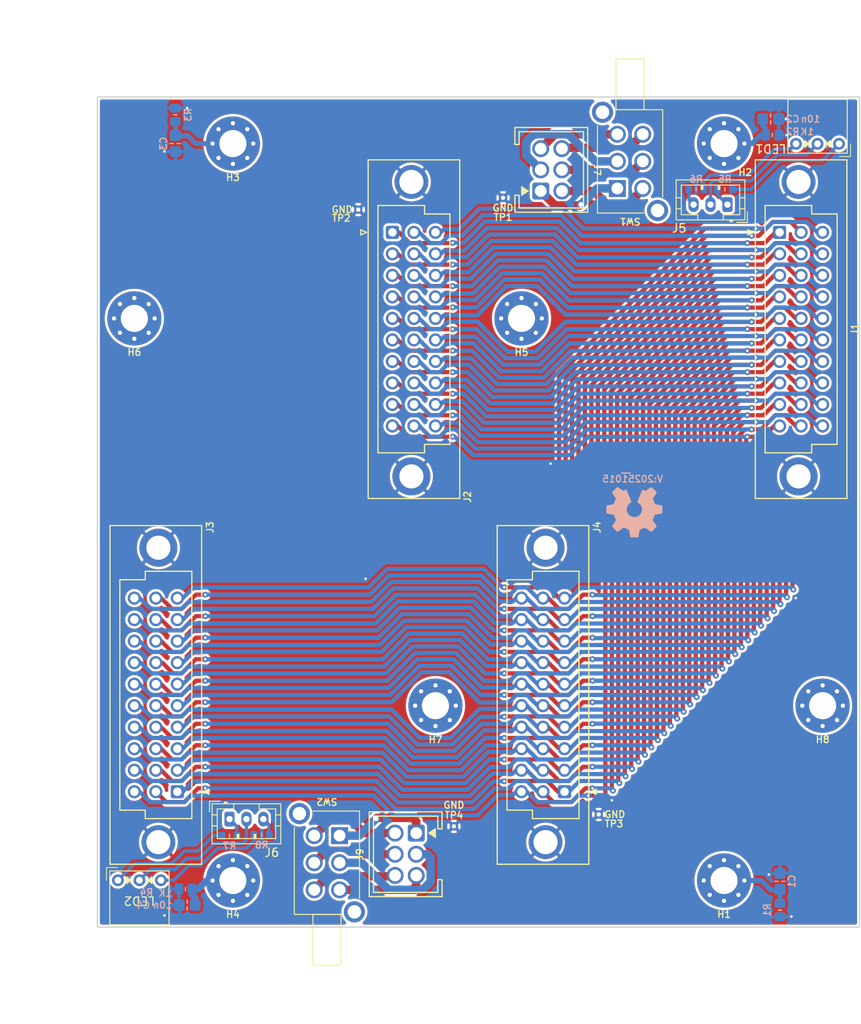
<source format=kicad_pcb>
(kicad_pcb (version 20241229) (generator "pcbnew") (generator_version "9.0")
  (layers (0 "F.Cu" mixed) (2 "B.Cu" mixed) (13 "F.Paste" user) (15 "B.Paste" user) (5 "F.SilkS" user "F.Silkscreen") (7 "B.SilkS" user "B.Silkscreen") (1 "F.Mask" user) (3 "B.Mask" user) (25 "Edge.Cuts" user))
  (net 0 "")
  (net 1 "GND")
  (net 2 "Net-(C1-Pad1)")
  (net 3 "Net-(C2-Pad1)")
  (net 4 "Net-(C3-Pad1)")
  (net 5 "Net-(C4-Pad1)")
  (net 6 "/A1")
  (net 7 "/A2")
  (net 8 "/A3")
  (net 9 "/A4")
  (net 10 "/A5")
  (net 11 "/A6")
  (net 12 "/A7")
  (net 13 "/A8")
  (net 14 "/A9")
  (net 15 "/A10")
  (net 16 "/B2")
  (net 17 "/B3")
  (net 18 "/B4")
  (net 19 "/B5")
  (net 20 "/B6")
  (net 21 "/B7")
  (net 22 "/B8")
  (net 23 "/B9")
  (net 24 "/B10")
  (net 25 "/C1")
  (net 26 "/C2")
  (net 27 "/C3")
  (net 28 "/C4")
  (net 29 "/C5")
  (net 30 "/C6")
  (net 31 "/C7")
  (net 32 "/C8")
  (net 33 "/C9")
  (net 34 "/C10")
  (net 35 "Net-(J5-Pin_1)")
  (net 36 "Net-(J5-Pin_2)")
  (net 37 "Net-(J5-Pin_3)")
  (net 38 "Net-(J6-Pin_1)")
  (net 39 "Net-(J6-Pin_2)")
  (net 40 "Net-(J6-Pin_3)")
  (net 41 "Net-(LED1-A1)")
  (net 42 "Net-(LED1-A2)")
  (net 43 "Net-(LED2-A1)")
  (net 44 "Net-(LED2-A2)")
  (net 45 "Net-(J7-Pin_3)")
  (net 46 "Net-(J7-Pin_2)")
  (net 47 "Net-(J7-Pin_1)")
  (net 48 "Net-(J7-Pin_4)")
  (net 49 "Net-(J7-Pin_5)")
  (net 50 "Net-(J7-Pin_6)")
  (net 51 "Net-(J9-Pin_1)")
  (net 52 "Net-(J9-Pin_6)")
  (net 53 "Net-(J9-Pin_5)")
  (net 54 "Net-(J9-Pin_4)")
  (net 55 "Net-(J9-Pin_3)")
  (net 56 "Net-(J9-Pin_2)")
  (net 57 "/B1")
  (footprint "SquantorPcbOutline:MountingHole_3.2mm_M3_Pad_Via" (layer "F.Cu") (at 104 122.5 180)
    (property "Reference" "H1")
    (property "Value" "M3")
  )
  (footprint "SquantorPcbOutline:MountingHole_3.2mm_M3_Pad_Via" (layer "F.Cu") (at 104 35.5 180)
    (property "Reference" "H2")
    (property "Value" "M3")
  )
  (footprint "SquantorPcbOutline:MountingHole_3.2mm_M3_Pad_Via" (layer "F.Cu") (at 46 35.5 180)
    (property "Reference" "H3")
    (property "Value" "M3")
  )
  (footprint "SquantorPcbOutline:MountingHole_3.2mm_M3_Pad_Via" (layer "F.Cu") (at 46 122.5 180)
    (property "Reference" "H4")
    (property "Value" "M3")
  )
  (footprint "SquantorConnectors:DIN41612_C3_3x10_Female_Vertical_THT_shields" (layer "F.Cu") (at 36.9 100.59 90)
    (property "Reference" "J3")
    (property "Value" "~")
  )
  (footprint "SquantorSwitches:PS-22F02" (layer "F.Cu") (at 57.1 120.4 -90)
    (property "Reference" "SW2")
    (property "Value" "switch_DPDT")
  )
  (footprint "SquantorPcbOutline:MountingHole_3.2mm_M3_Pad_Via" (layer "F.Cu") (at 34.36 56.14 180)
    (property "Reference" "H6")
    (property "Value" "M3")
  )
  (footprint "SquantorPcbOutline:MountingHole_3.2mm_M3_Pad_Via" (layer "F.Cu") (at 69.92 101.86 180)
    (property "Reference" "H7")
    (property "Value" "M3")
  )
  (footprint "SquantorTestPoints:TestPoint_hole_H05R10" (layer "F.Cu") (at 72.1 116.1 180)
    (property "Reference" "TP4")
    (property "Value" "GND")
  )
  (footprint "SquantorConnectors:DLL-XHY-6A" (layer "F.Cu") (at 83.6 38.6 -90)
    (property "Reference" "J7")
    (property "Value" "Conn_02x03_Odd_Even")
  )
  (footprint "SquantorDiodes:LED_DUAL_TH245_90deg" (layer "F.Cu") (at 115.0375 35.53 180)
    (property "Reference" "LED1")
    (property "Value" "LED_Dual_CC")
  )
  (footprint "SquantorConnectors:DIN41612_C3_3x10_Female_Vertical_THT_shields" (layer "F.Cu") (at 82.62 100.59 90)
    (property "Reference" "J4")
    (property "Value" "~")
  )
  (footprint "SquantorTestPoints:TestPoint_hole_H05R10" (layer "F.Cu") (at 89.2 114.7 180)
    (property "Reference" "TP3")
    (property "Value" "GND")
  )
  (footprint "SquantorConnectors:DIN41612_C3_3x10_Female_Vertical_THT_shields" (layer "F.Cu") (at 113.1 57.41 -90)
    (property "Reference" "J1")
    (property "Value" "~")
  )
  (footprint "SquantorPcbOutline:MountingHole_3.2mm_M3_Pad_Via" (layer "F.Cu") (at 115.64 101.86 180)
    (property "Reference" "H8")
    (property "Value" "M3")
  )
  (footprint "SquantorConnectors:DLL-XHY-6A" (layer "F.Cu") (at 66.4 119.4 90)
    (property "Reference" "J9")
    (property "Value" "Conn_02x03_Odd_Even")
  )
  (footprint "SquantorConnectors:DIN41612_C3_3x10_Female_Vertical_THT_shields" (layer "F.Cu") (at 67.38 57.41 -90)
    (property "Reference" "J2")
    (property "Value" "~")
  )
  (footprint "SquantorTestPoints:TestPoint_hole_H05R10" (layer "F.Cu") (at 60.8 43.3 180)
    (property "Reference" "TP2")
    (property "Value" "GND")
  )
  (footprint "SquantorDiodes:LED_DUAL_TH245_90deg" (layer "F.Cu") (at 34.9625 122.47)
    (property "Reference" "LED2")
    (property "Value" "LED_Dual_CC")
  )
  (footprint "SquantorSwitches:PS-22F02" (layer "F.Cu") (at 92.9 37.6 90)
    (property "Reference" "SW1")
    (property "Value" "switch_DPDT")
  )
  (footprint "Connector_JST:JST_PH_B3B-PH-K_1x03_P2.00mm_Vertical" (layer "F.Cu") (at 45.6 115.25)
    (property "Reference" "J6")
    (property "Value" "Conn_01x03")
  )
  (footprint "SquantorPcbOutline:MountingHole_3.2mm_M3_Pad_Via" (layer "F.Cu") (at 80.08 56.14 180)
    (property "Reference" "H5")
    (property "Value" "M3")
  )
  (footprint "SquantorTestPoints:TestPoint_hole_H05R10" (layer "F.Cu") (at 77.9 41.9 180)
    (property "Reference" "TP1")
    (property "Value" "GND")
  )
  (footprint "Connector_JST:JST_PH_B3B-PH-K_1x03_P2.00mm_Vertical" (layer "F.Cu") (at 104.4 42.7 180)
    (property "Reference" "J5")
    (property "Value" "Conn_01x03")
  )
  (footprint "Symbol:OSHW-Symbol_6.7x6mm_SilkScreen" (layer "B.Cu") (at 93.4 79)
    (property "Reference" "N1" (hide yes))
    (property "Value" "OHWLOGO" (hide yes))
  )
  (footprint "SquantorLabels:Label_Generic" (layer "B.Cu") (at 92.4 75)
    (property "Reference" "N2" (hide yes))
    (property "Value" "V:20251015")
  )
  (footprint "SquantorResistor:R_0603_hand" (layer "B.Cu") (at 49.4 117.1)
    (property "Reference" "R8")
    (property "Value" "R")
  )
  (footprint "SquantorResistor:R_0603_hand" (layer "B.Cu") (at 100.7 40.9 180)
    (property "Reference" "R6")
    (property "Value" "R")
  )
  (footprint "SquantorResistor:R_0805+0603" (layer "B.Cu") (at 39.2 32.1 90)
    (property "Reference" "R3")
    (property "Value" "1K")
  )
  (footprint "SquantorCapacitor:C_0805+0603" (layer "B.Cu") (at 39.2 35.5 -90)
    (property "Reference" "C3")
    (property "Value" "10n")
  )
  (footprint "SquantorCapacitor:C_0805+0603" (layer "B.Cu") (at 109.5 32.6)
    (property "Reference" "C2")
    (property "Value" "10n")
  )
  (footprint "SquantorResistor:R_0603_hand" (layer "B.Cu") (at 45.6 117.2)
    (property "Reference" "R7")
    (property "Value" "R")
  )
  (footprint "SquantorCapacitor:C_0805+0603" (layer "B.Cu") (at 110.6 122.6 90)
    (property "Reference" "C1")
    (property "Value" "10n")
  )
  (footprint "SquantorResistor:R_0603_hand" (layer "B.Cu") (at 104.1 40.9 180)
    (property "Reference" "R5")
    (property "Value" "R")
  )
  (footprint "SquantorResistor:R_0805+0603" (layer "B.Cu") (at 40.4 123.5 180)
    (property "Reference" "R4")
    (property "Value" "1K")
  )
  (footprint "SquantorResistor:R_0805+0603" (layer "B.Cu") (at 109.7 34.5)
    (property "Reference" "R2")
    (property "Value" "1K")
  )
  (footprint "SquantorResistor:R_0805+0603" (layer "B.Cu") (at 110.6 126 -90)
    (property "Reference" "R1")
    (property "Value" "1K")
  )
  (footprint "SquantorCapacitor:C_0805+0603" (layer "B.Cu") (at 40.6 125.4 180)
    (property "Reference" "C4")
    (property "Value" "10n")
  )
  (gr_line (start 120 30) (end 30 30) (stroke (width 0.15)) (layer "Edge.Cuts"))
  (gr_line (start 120 128) (end 120 30) (stroke (width 0.15)) (layer "Edge.Cuts"))
  (gr_line (start 30 30) (end 30 128) (stroke (width 0.15)) (layer "Edge.Cuts"))
  (gr_line (start 30 128) (end 120 128) (stroke (width 0.15)) (layer "Edge.Cuts"))
  (via (at 90.748 113.036) (size 0.7) (drill 0.3) (layers "F.Cu" "B.Cu") (net 1))
  (via (at 83.509 73.285) (size 0.7) (drill 0.3) (layers "F.Cu" "B.Cu") (net 1))
  (via (at 111.4 34.5) (size 0.7) (drill 0.3) (layers "F.Cu" "B.Cu") (net 1))
  (via (at 37.916 126.625) (size 0.7) (drill 0.3) (layers "F.Cu" "B.Cu") (net 1))
  (via (at 61.665 86.874) (size 0.7) (drill 0.3) (layers "F.Cu" "B.Cu") (net 1))
  (via (at 111.3 32.6) (size 0.7) (drill 0.3) (layers "F.Cu" "B.Cu") (net 1))
  (via (at 111.957 126.752) (size 0.7) (drill 0.3) (layers "F.Cu" "B.Cu") (net 1))
  (via (at 109.29 121.799) (size 0.7) (drill 0.3) (layers "F.Cu" "B.Cu") (net 1))
  (via (at 112.465 89.16) (size 0.7) (drill 0.3) (layers "F.Cu" "B.Cu") (net 1))
  (via (at 40.6 31.3) (size 0.7) (drill 0.3) (layers "F.Cu" "B.Cu") (net 1))
  (via (at 37.916 36.4296) (size 0.7) (drill 0.3) (layers "F.Cu" "B.Cu") (net 1))
  (segment (start 110.6 125.225) (end 110.6 123.625) (width 0.6) (layer "B.Cu") (net 2))
  (segment (start 108.4 122.5) (end 106.4 122.5) (width 0.6) (layer "B.Cu") (net 2))
  (segment (start 110.6 123.625) (end 109.525 123.625) (width 0.6) (layer "B.Cu") (net 2))
  (segment (start 109.525 123.625) (end 108.4 122.5) (width 0.6) (layer "B.Cu") (net 2))
  (segment (start 108.3 34.5) (end 107.3 35.5) (width 0.6) (layer "B.Cu") (net 3))
  (segment (start 108.925 33.725) (end 108.575 33.375) (width 0.6) (layer "B.Cu") (net 3))
  (segment (start 107.3 35.5) (end 106.4 35.5) (width 0.6) (layer "B.Cu") (net 3))
  (segment (start 108.925 34.5) (end 108.3 34.5) (width 0.6) (layer "B.Cu") (net 3))
  (segment (start 108.925 34.5) (end 108.925 33.725) (width 0.6) (layer "B.Cu") (net 3))
  (segment (start 108.575 33.375) (end 108.575 32.6) (width 0.6) (layer "B.Cu") (net 3))
  (segment (start 39.2 34.575) (end 39.2 32.875) (width 0.6) (layer "B.Cu") (net 4))
  (segment (start 39.2 34.575) (end 40.675 34.575) (width 0.6) (layer "B.Cu") (net 4))
  (segment (start 40.675 34.575) (end 41.6 35.5) (width 0.6) (layer "B.Cu") (net 4))
  (segment (start 41.6 35.5) (end 43.6 35.5) (width 0.6) (layer "B.Cu") (net 4))
  (segment (start 41.525 124.525) (end 41.175 124.175) (width 0.8) (layer "B.Cu") (net 5))
  (segment (start 42.9 122.5) (end 43.6 122.5) (width 0.8) (layer "B.Cu") (net 5))
  (segment (start 41.175 123.5) (end 41.9 123.5) (width 0.8) (layer "B.Cu") (net 5))
  (segment (start 41.525 125.4) (end 41.525 124.525) (width 0.8) (layer "B.Cu") (net 5))
  (segment (start 41.9 123.5) (end 42.9 122.5) (width 0.8) (layer "B.Cu") (net 5))
  (segment (start 41.175 124.175) (end 41.175 123.5) (width 0.8) (layer "B.Cu") (net 5))
  (segment (start 91.637 111.004) (end 91.51 110.877) (width 0.5) (layer "F.Cu") (net 6))
  (segment (start 86.049 63.252) (end 102.051 47.25) (width 0.5) (layer "F.Cu") (net 6))
  (segment (start 71.952 47.2125) (end 71.9145 47.25) (width 0.5) (layer "F.Cu") (net 6))
  (segment (start 71.9145 47.25) (end 66.872 47.25) (width 0.5) (layer "F.Cu") (net 6))
  (segment (start 83.128 110.75) (end 84.398 112.02) (width 0.5) (layer "F.Cu") (net 6))
  (segment (start 84.398 112.02) (end 85.16 112.02) (width 0.5) (layer "F.Cu") (net 6))
  (segment (start 78.048 110.7875) (end 78.0855 110.75) (width 0.5) (layer "F.Cu") (net 6))
  (segment (start 78.0855 110.75) (end 83.128 110.75) (width 0.5) (layer "F.Cu") (net 6))
  (segment (start 86.049 80.016) (end 86.049 63.252) (width 0.5) (layer "F.Cu") (net 6))
  (segment (start 65.602 45.98) (end 64.84 45.98) (width 0.5) (layer "F.Cu") (net 6))
  (segment (start 91.51 85.477) (end 86.049 80.016) (width 0.5) (layer "F.Cu") (net 6))
  (segment (start 102.051 47.25) (end 106.75 47.25) (width 0.5) (layer "F.Cu") (net 6))
  (segment (start 108.782 47.25) (end 106.75 47.25) (width 0.5) (layer "F.Cu") (net 6))
  (segment (start 91.51 110.877) (end 91.51 85.477) (width 0.5) (layer "F.Cu") (net 6))
  (segment (start 110.052 45.98) (end 108.782 47.25) (width 0.5) (layer "F.Cu") (net 6))
  (segment (start 66.872 47.25) (end 65.602 45.98) (width 0.5) (layer "F.Cu") (net 6))
  (segment (start 110.56 45.98) (end 110.052 45.98) (width 0.5) (layer "F.Cu") (net 6))
  (via (at 106.75 47.25) (size 0.7) (drill 0.3) (layers "F.Cu" "B.Cu") (net 6))
  (via (at 78.048 110.7875) (size 0.7) (drill 0.3) (layers "F.Cu" "B.Cu") (net 6))
  (via (at 91.637 111.004) (size 0.7) (drill 0.3) (layers "F.Cu" "B.Cu") (net 6))
  (via (at 71.952 47.2125) (size 0.7) (drill 0.3) (layers "F.Cu" "B.Cu") (net 6))
  (segment (start 91.383 110.75) (end 88.97 110.75) (width 0.5) (layer "B.Cu") (net 6))
  (segment (start 86.938 110.75) (end 88.97 110.75) (width 0.5) (layer "B.Cu") (net 6))
  (segment (start 65.475 113.29) (end 62.935 110.75) (width 0.5) (layer "B.Cu") (net 6))
  (segment (start 62.935 110.75) (end 41.35 110.75) (width 0.5) (layer "B.Cu") (net 6))
  (segment (start 74.238 113.29) (end 65.475 113.29) (width 0.5) (layer "B.Cu") (net 6))
  (segment (start 85.16 112.02) (end 85.668 112.02) (width 0.5) (layer "B.Cu") (net 6))
  (segment (start 75.762 44.71) (end 73.2595 47.2125) (width 0.5) (layer "B.Cu") (net 6))
  (segment (start 76.7405 110.7875) (end 74.238 113.29) (width 0.5) (layer "B.Cu") (net 6))
  (segment (start 106.75 47.25) (end 87.065 47.25) (width 0.5) (layer "B.Cu") (net 6))
  (segment (start 41.35 110.75) (end 40.08 112.02) (width 0.5) (layer "B.Cu") (net 6))
  (segment (start 85.668 112.02) (end 86.938 110.75) (width 0.5) (layer "B.Cu") (net 6))
  (segment (start 40.08 112.02) (end 39.44 112.02) (width 0.5) (layer "B.Cu") (net 6))
  (segment (start 84.525 44.71) (end 75.762 44.71) (width 0.5) (layer "B.Cu") (net 6))
  (segment (start 78.048 110.7875) (end 76.7405 110.7875) (width 0.5) (layer "B.Cu") (net 6))
  (segment (start 73.2595 47.2125) (end 71.952 47.2125) (width 0.5) (layer "B.Cu") (net 6))
  (segment (start 91.637 111.004) (end 91.383 110.75) (width 0.5) (layer "B.Cu") (net 6))
  (segment (start 87.065 47.25) (end 84.525 44.71) (width 0.5) (layer "B.Cu") (net 6))
  (segment (start 88.335 79.254) (end 88.335 64.014) (width 0.5) (layer "F.Cu") (net 7))
  (segment (start 108.655 49.79) (end 106.75 49.79) (width 0.5) (layer "F.Cu") (net 7))
  (segment (start 93.796 108.3624) (end 93.796 84.715) (width 0.5) (layer "F.Cu") (net 7))
  (segment (start 109.925 48.52) (end 108.655 49.79) (width 0.5) (layer "F.Cu") (net 7))
  (segment (start 71.952 49.79) (end 66.745 49.79) (width 0.5) (layer "F.Cu") (net 7))
  (segment (start 93.8976 108.464) (end 93.796 108.3624) (width 0.5) (layer "F.Cu") (net 7))
  (segment (start 65.475 48.52) (end 64.84 48.52) (width 0.5) (layer "F.Cu") (net 7))
  (segment (start 88.335 64.014) (end 102.559 49.79) (width 0.5) (layer "F.Cu") (net 7))
  (segment (start 83.255 108.21) (end 84.525 109.48) (width 0.5) (layer "F.Cu") (net 7))
  (segment (start 66.745 49.79) (end 65.475 48.52) (width 0.5) (layer "F.Cu") (net 7))
  (segment (start 102.559 49.79) (end 106.75 49.79) (width 0.5) (layer "F.Cu") (net 7))
  (segment (start 84.525 109.48) (end 85.16 109.48) (width 0.5) (layer "F.Cu") (net 7))
  (segment (start 110.56 48.52) (end 109.925 48.52) (width 0.5) (layer "F.Cu") (net 7))
  (segment (start 93.796 84.715) (end 88.335 79.254) (width 0.5) (layer "F.Cu") (net 7))
  (segment (start 78.048 108.21) (end 83.255 108.21) (width 0.5) (layer "F.Cu") (net 7))
  (via (at 78.048 108.21) (size 0.7) (drill 0.3) (layers "F.Cu" "B.Cu") (net 7))
  (via (at 71.952 49.79) (size 0.7) (drill 0.3) (layers "F.Cu" "B.Cu") (net 7))
  (via (at 106.75 49.79) (size 0.7) (drill 0.3) (layers "F.Cu" "B.Cu") (net 7))
  (via (at 93.8976 108.464) (size 0.7) (drill 0.3) (layers "F.Cu" "B.Cu") (net 7))
  (segment (start 76.27 108.21) (end 78.048 108.21) (width 0.5) (layer "B.Cu") (net 7))
  (segment (start 76.524 46.996) (end 73.73 49.79) (width 0.5) (layer "B.Cu") (net 7))
  (segment (start 85.16 109.48) (end 85.795 109.48) (width 0.5) (layer "B.Cu") (net 7))
  (segment (start 73.476 111.004) (end 76.27 108.21) (width 0.5) (layer "B.Cu") (net 7))
  (segment (start 93.8976 108.464) (end 93.6436 108.21) (width 0.5) (layer "B.Cu") (net 7))
  (segment (start 66.237 111.004) (end 73.476 111.004) (width 0.5) (layer "B.Cu") (net 7))
  (segment (start 86.557 49.79) (end 83.763 46.996) (width 0.5) (layer "B.Cu") (net 7))
  (segment (start 73.73 49.79) (end 71.952 49.79) (width 0.5) (layer "B.Cu") (net 7))
  (segment (start 43.25 108.21) (end 63.443 108.21) (width 0.5) (layer "B.Cu") (net 7))
  (segment (start 106.75 49.79) (end 86.557 49.79) (width 0.5) (layer "B.Cu") (net 7))
  (segment (start 41.345 108.21) (end 43.25 108.21) (width 0.5) (layer "B.Cu") (net 7))
  (segment (start 93.6436 108.21) (end 88.97 108.21) (width 0.5) (layer "B.Cu") (net 7))
  (segment (start 87.065 108.21) (end 88.97 108.21) (width 0.5) (layer "B.Cu") (net 7))
  (segment (start 40.075 109.48) (end 41.345 108.21) (width 0.5) (layer "B.Cu") (net 7))
  (segment (start 83.763 46.996) (end 76.524 46.996) (width 0.5) (layer "B.Cu") (net 7))
  (segment (start 85.795 109.48) (end 87.065 108.21) (width 0.5) (layer "B.Cu") (net 7))
  (segment (start 39.44 109.48) (end 40.075 109.48) (width 0.5) (layer "B.Cu") (net 7))
  (segment (start 63.443 108.21) (end 66.237 111.004) (width 0.5) (layer "B.Cu") (net 7))
  (segment (start 66.745 52.33) (end 65.475 51.06) (width 0.5) (layer "F.Cu") (net 8))
  (segment (start 108.655 52.33) (end 106.75 52.33) (width 0.5) (layer "F.Cu") (net 8))
  (segment (start 90.621 64.776) (end 103.067 52.33) (width 0.5) (layer "F.Cu") (net 8))
  (segment (start 78.048 105.67) (end 83.255 105.67) (width 0.5) (layer "F.Cu") (net 8))
  (segment (start 96.082 83.953) (end 90.621 78.492) (width 0.5) (layer "F.Cu") (net 8))
  (segment (start 83.255 105.67) (end 84.525 106.94) (width 0.5) (layer "F.Cu") (net 8))
  (segment (start 109.925 51.06) (end 108.655 52.33) (width 0.5) (layer "F.Cu") (net 8))
  (segment (start 90.621 78.492) (end 90.621 64.776) (width 0.5) (layer "F.Cu") (net 8))
  (segment (start 71.952 52.33) (end 66.745 52.33) (width 0.5) (layer "F.Cu") (net 8))
  (segment (start 110.56 51.06) (end 109.925 51.06) (width 0.5) (layer "F.Cu") (net 8))
  (segment (start 96.082 105.8224) (end 96.082 83.953) (width 0.5) (layer "F.Cu") (net 8))
  (segment (start 96.1836 105.924) (end 96.082 105.8224) (width 0.5) (layer "F.Cu") (net 8))
  (segment (start 84.525 106.94) (end 85.16 106.94) (width 0.5) (layer "F.Cu") (net 8))
  (segment (start 103.067 52.33) (end 106.75 52.33) (width 0.5) (layer "F.Cu") (net 8))
  (segment (start 65.475 51.06) (end 64.84 51.06) (width 0.5) (layer "F.Cu") (net 8))
  (via (at 96.1836 105.924) (size 0.7) (drill 0.3) (layers "F.Cu" "B.Cu") (net 8))
  (via (at 71.952 52.33) (size 0.7) (drill 0.3) (layers "F.Cu" "B.Cu") (net 8))
  (via (at 106.75 52.33) (size 0.7) (drill 0.3) (layers "F.Cu" "B.Cu") (net 8))
  (via (at 78.048 105.67) (size 0.7) (drill 0.3) (layers "F.Cu" "B.Cu") (net 8))
  (segment (start 86.049 52.33) (end 83.001 49.282) (width 0.5) (layer "B.Cu") (net 8))
  (segment (start 74.238 52.33) (end 71.952 52.33) (width 0.5) (layer "B.Cu") (net 8))
  (segment (start 63.951 105.67) (end 66.999 108.718) (width 0.5) (layer "B.Cu") (net 8))
  (segment (start 87.065 105.67) (end 88.97 105.67) (width 0.5) (layer "B.Cu") (net 8))
  (segment (start 83.001 49.282) (end 77.286 49.282) (width 0.5) (layer "B.Cu") (net 8))
  (segment (start 39.44 106.94) (end 40.075 106.94) (width 0.5) (layer "B.Cu") (net 8))
  (segment (start 72.714 108.718) (end 75.762 105.67) (width 0.5) (layer "B.Cu") (net 8))
  (segment (start 85.16 106.94) (end 85.795 106.94) (width 0.5) (layer "B.Cu") (net 8))
  (segment (start 95.9296 105.67) (end 88.97 105.67) (width 0.5) (layer "B.Cu") (net 8))
  (segment (start 75.762 105.67) (end 78.048 105.67) (width 0.5) (layer "B.Cu") (net 8))
  (segment (start 77.286 49.282) (end 74.238 52.33) (width 0.5) (layer "B.Cu") (net 8))
  (segment (start 43.25 105.67) (end 63.951 105.67) (width 0.5) (layer "B.Cu") (net 8))
  (segment (start 85.795 106.94) (end 87.065 105.67) (width 0.5) (layer "B.Cu") (net 8))
  (segment (start 41.345 105.67) (end 43.25 105.67) (width 0.5) (layer "B.Cu") (net 8))
  (segment (start 40.075 106.94) (end 41.345 105.67) (width 0.5) (layer "B.Cu") (net 8))
  (segment (start 66.999 108.718) (end 72.714 108.718) (width 0.5) (layer "B.Cu") (net 8))
  (segment (start 106.75 52.33) (end 86.049 52.33) (width 0.5) (layer "B.Cu") (net 8))
  (segment (start 96.1836 105.924) (end 95.9296 105.67) (width 0.5) (layer "B.Cu") (net 8))
  (segment (start 78.0855 103.13) (end 83.255 103.13) (width 0.5) (layer "F.Cu") (net 9))
  (segment (start 83.255 103.13) (end 84.525 104.4) (width 0.5) (layer "F.Cu") (net 9))
  (segment (start 66.745 54.87) (end 65.475 53.6) (width 0.5) (layer "F.Cu") (net 9))
  (segment (start 92.907 65.538) (end 103.575 54.87) (width 0.5) (layer "F.Cu") (net 9))
  (segment (start 71.952 54.8325) (end 71.9145 54.87) (width 0.5) (layer "F.Cu") (net 9))
  (segment (start 71.9145 54.87) (end 66.745 54.87) (width 0.5) (layer "F.Cu") (net 9))
  (segment (start 109.925 53.6) (end 108.655 54.87) (width 0.5) (layer "F.Cu") (net 9))
  (segment (start 78.048 103.1675) (end 78.0855 103.13) (width 0.5) (layer "F.Cu") (net 9))
  (segment (start 65.475 53.6) (end 64.84 53.6) (width 0.5) (layer "F.Cu") (net 9))
  (segment (start 98.368 103.2824) (end 98.368 83.191) (width 0.5) (layer "F.Cu") (net 9))
  (segment (start 108.655 54.87) (end 106.75 54.87) (width 0.5) (layer "F.Cu") (net 9))
  (segment (start 98.4696 103.384) (end 98.368 103.2824) (width 0.5) (layer "F.Cu") (net 9))
  (segment (start 103.575 54.87) (end 106.75 54.87) (width 0.5) (layer "F.Cu") (net 9))
  (segment (start 92.907 77.73) (end 92.907 65.538) (width 0.5) (layer "F.Cu") (net 9))
  (segment (start 110.56 53.6) (end 109.925 53.6) (width 0.5) (layer "F.Cu") (net 9))
  (segment (start 98.368 83.191) (end 92.907 77.73) (width 0.5) (layer "F.Cu") (net 9))
  (segment (start 84.525 104.4) (end 85.16 104.4) (width 0.5) (layer "F.Cu") (net 9))
  (via (at 71.952 54.8325) (size 0.7) (drill 0.3) (layers "F.Cu" "B.Cu") (net 9))
  (via (at 98.4696 103.384) (size 0.7) (drill 0.3) (layers "F.Cu" "B.Cu") (net 9))
  (via (at 78.048 103.1675) (size 0.7) (drill 0.3) (layers "F.Cu" "B.Cu") (net 9))
  (via (at 106.75 54.87) (size 0.7) (drill 0.3) (layers "F.Cu" "B.Cu") (net 9))
  (segment (start 39.44 104.4) (end 40.075 104.4) (width 0.5) (layer "B.Cu") (net 9))
  (segment (start 78.048 51.568) (end 74.7835 54.8325) (width 0.5) (layer "B.Cu") (net 9))
  (segment (start 85.16 104.4) (end 85.795 104.4) (width 0.5) (layer "B.Cu") (net 9))
  (segment (start 75.2165 103.1675) (end 78.048 103.1675) (width 0.5) (layer "B.Cu") (net 9))
  (segment (start 98.2156 103.13) (end 88.97 103.13) (width 0.5) (layer "B.Cu") (net 9))
  (segment (start 85.795 104.4) (end 87.065 103.13) (width 0.5) (layer "B.Cu") (net 9))
  (segment (start 98.4696 103.384) (end 98.2156 103.13) (width 0.5) (layer "B.Cu") (net 9))
  (segment (start 41.345 103.13) (end 43.25 103.13) (width 0.5) (layer "B.Cu") (net 9))
  (segment (start 74.7835 54.8325) (end 71.952 54.8325) (width 0.5) (layer "B.Cu") (net 9))
  (segment (start 40.075 104.4) (end 41.345 103.13) (width 0.5) (layer "B.Cu") (net 9))
  (segment (start 67.761 106.432) (end 71.952 106.432) (width 0.5) (layer "B.Cu") (net 9))
  (segment (start 71.952 106.432) (end 75.2165 103.1675) (width 0.5) (layer "B.Cu") (net 9))
  (segment (start 106.75 54.87) (end 85.541 54.87) (width 0.5) (layer "B.Cu") (net 9))
  (segment (start 64.459 103.13) (end 67.761 106.432) (width 0.5) (layer "B.Cu") (net 9))
  (segment (start 82.239 51.568) (end 78.048 51.568) (width 0.5) (layer "B.Cu") (net 9))
  (segment (start 43.25 103.13) (end 64.459 103.13) (width 0.5) (layer "B.Cu") (net 9))
  (segment (start 87.065 103.13) (end 88.97 103.13) (width 0.5) (layer "B.Cu") (net 9))
  (segment (start 85.541 54.87) (end 82.239 51.568) (width 0.5) (layer "B.Cu") (net 9))
  (segment (start 83.255 100.59) (end 84.525 101.86) (width 0.5) (layer "F.Cu") (net 10))
  (segment (start 84.525 101.86) (end 85.16 101.86) (width 0.5) (layer "F.Cu") (net 10))
  (segment (start 71.952 57.41) (end 66.745 57.41) (width 0.5) (layer "F.Cu") (net 10))
  (segment (start 109.925 56.14) (end 108.655 57.41) (width 0.5) (layer "F.Cu") (net 10))
  (segment (start 100.7556 100.844) (end 100.654 100.7424) (width 0.5) (layer "F.Cu") (net 10))
  (segment (start 66.745 57.41) (end 65.475 56.14) (width 0.5) (layer "F.Cu") (net 10))
  (segment (start 65.475 56.14) (end 64.84 56.14) (width 0.5) (layer "F.Cu") (net 10))
  (segment (start 100.654 82.245419) (end 95.193 76.784419) (width 0.5) (layer "F.Cu") (net 10))
  (segment (start 95.193 66.3) (end 104.083 57.41) (width 0.5) (layer "F.Cu") (net 10))
  (segment (start 95.193 76.784419) (end 95.193 66.3) (width 0.5) (layer "F.Cu") (net 10))
  (segment (start 100.654 100.7424) (end 100.654 82.245419) (width 0.5) (layer "F.Cu") (net 10))
  (segment (start 110.56 56.14) (end 109.925 56.14) (width 0.5) (layer "F.Cu") (net 10))
  (segment (start 108.655 57.41) (end 106.75 57.41) (width 0.5) (layer "F.Cu") (net 10))
  (segment (start 104.083 57.41) (end 106.75 57.41) (width 0.5) (layer "F.Cu") (net 10))
  (segment (start 78.048 100.59) (end 83.255 100.59) (width 0.5) (layer "F.Cu") (net 10))
  (via (at 78.048 100.59) (size 0.7) (drill 0.3) (layers "F.Cu" "B.Cu") (net 10))
  (via (at 100.7556 100.844) (size 0.7) (drill 0.3) (layers "F.Cu" "B.Cu") (net 10))
  (via (at 106.75 57.41) (size 0.7) (drill 0.3) (layers "F.Cu" "B.Cu") (net 10))
  (via (at 71.952 57.41) (size 0.7) (drill 0.3) (layers "F.Cu" "B.Cu") (net 10))
  (segment (start 68.015 97.161) (end 64.586 100.59) (width 0.5) (layer "B.Cu") (net 10))
  (segment (start 100.5016 100.59) (end 88.97 100.59) (width 0.5) (layer "B.Cu") (net 10))
  (segment (start 85.414 57.41) (end 106.75 57.41) (width 0.5) (layer "B.Cu") (net 10))
  (segment (start 85.16 101.86) (end 85.795 101.86) (width 0.5) (layer "B.Cu") (net 10))
  (segment (start 87.065 100.59) (end 88.97 100.59) (width 0.5) (layer "B.Cu") (net 10))
  (segment (start 40.075 101.86) (end 41.345 100.59) (width 0.5) (layer "B.Cu") (net 10))
  (segment (start 64.586 100.59) (end 43.25 100.59) (width 0.5) (layer "B.Cu") (net 10))
  (segment (start 81.985 60.839) (end 85.414 57.41) (width 0.5) (layer "B.Cu") (net 10))
  (segment (start 71.952 57.41) (end 74.746 57.41) (width 0.5) (layer "B.Cu") (net 10))
  (segment (start 74.746 57.41) (end 78.175 60.839) (width 0.5) (layer "B.Cu") (net 10))
  (segment (start 39.44 101.86) (end 40.075 101.86) (width 0.5) (layer "B.Cu") (net 10))
  (segment (start 78.048 100.59) (end 75.254 100.59) (width 0.5) (layer "B.Cu") (net 10))
  (segment (start 71.825 97.161) (end 68.015 97.161) (width 0.5) (layer "B.Cu") (net 10))
  (segment (start 41.345 100.59) (end 43.25 100.59) (width 0.5) (layer "B.Cu") (net 10))
  (segment (start 100.7556 100.844) (end 100.5016 100.59) (width 0.5) (layer "B.Cu") (net 10))
  (segment (start 78.175 60.839) (end 81.985 60.839) (width 0.5) (layer "B.Cu") (net 10))
  (segment (start 75.254 100.59) (end 71.825 97.161) (width 0.5) (layer "B.Cu") (net 10))
  (segment (start 85.795 101.86) (end 87.065 100.59) (width 0.5) (layer "B.Cu") (net 10))
  (segment (start 71.952 59.95) (end 66.745 59.95) (width 0.5) (layer "F.Cu") (net 11))
  (segment (start 83.255 98.05) (end 84.525 99.32) (width 0.5) (layer "F.Cu") (net 11))
  (segment (start 104.591 59.95) (end 106.75 59.95) (width 0.5) (layer "F.Cu") (net 11))
  (segment (start 102.94 98.2024) (end 102.94 81.413) (width 0.5) (layer "F.Cu") (net 11))
  (segment (start 78.048 98.05) (end 83.255 98.05) (width 0.5) (layer "F.Cu") (net 11))
  (segment (start 97.479 75.952) (end 97.479 67.062) (width 0.5) (layer "F.Cu") (net 11))
  (segment (start 65.475 58.68) (end 64.84 58.68) (width 0.5) (layer "F.Cu") (net 11))
  (segment (start 108.655 59.95) (end 106.75 59.95) (width 0.5) (layer "F.Cu") (net 11))
  (segment (start 110.56 58.68) (end 109.925 58.68) (width 0.5) (layer "F.Cu") (net 11))
  (segment (start 103.0416 98.304) (end 102.94 98.2024) (width 0.5) (layer "F.Cu") (net 11))
  (segment (start 84.525 99.32) (end 85.16 99.32) (width 0.5) (layer "F.Cu") (net 11))
  (segment (start 102.94 81.413) (end 97.479 75.952) (width 0.5) (layer "F.Cu") (net 11))
  (segment (start 109.925 58.68) (end 108.655 59.95) (width 0.5) (layer "F.Cu") (net 11))
  (segment (start 66.745 59.95) (end 65.475 58.68) (width 0.5) (layer "F.Cu") (net 11))
  (segment (start 97.479 67.062) (end 104.591 59.95) (width 0.5) (layer "F.Cu") (net 11))
  (via (at 71.952 59.95) (size 0.7) (drill 0.3) (layers "F.Cu" "B.Cu") (net 11))
  (via (at 78.048 98.05) (size 0.7) (drill 0.3) (layers "F.Cu" "B.Cu") (net 11))
  (via (at 103.0416 98.304) (size 0.7) (drill 0.3) (layers "F.Cu" "B.Cu") (net 11))
  (via (at 106.75 59.95) (size 0.7) (drill 0.3) (layers "F.Cu" "B.Cu") (net 11))
  (segment (start 77.413 63.125) (end 82.747 63.125) (width 0.5) (layer "B.Cu") (net 11))
  (segment (start 103.0416 98.304) (end 102.7876 98.05) (width 0.5) (layer "B.Cu") (net 11))
  (segment (start 87.065 98.05) (end 88.97 98.05) (width 0.5) (layer "B.Cu") (net 11))
  (segment (start 82.747 63.125) (end 85.922 59.95) (width 0.5) (layer "B.Cu") (net 11))
  (segment (start 102.7876 98.05) (end 88.97 98.05) (width 0.5) (layer "B.Cu") (net 11))
  (segment (start 41.345 98.05) (end 43.25 98.05) (width 0.5) (layer "B.Cu") (net 11))
  (segment (start 40.075 99.32) (end 41.345 98.05) (width 0.5) (layer "B.Cu") (net 11))
  (segment (start 85.922 59.95) (end 106.75 59.95) (width 0.5) (layer "B.Cu") (net 11))
  (segment (start 71.952 59.95) (end 74.238 59.95) (width 0.5) (layer "B.Cu") (net 11))
  (segment (start 39.44 99.32) (end 40.075 99.32) (width 0.5) (layer "B.Cu") (net 11))
  (segment (start 85.795 99.32) (end 87.065 98.05) (width 0.5) (layer "B.Cu") (net 11))
  (segment (start 85.16 99.32) (end 85.795 99.32) (width 0.5) (layer "B.Cu") (net 11))
  (segment (start 74.238 59.95) (end 77.413 63.125) (width 0.5) (layer "B.Cu") (net 11))
  (segment (start 75.762 98.05) (end 72.587 94.875) (width 0.5) (layer "B.Cu") (net 11))
  (segment (start 67.253 94.875) (end 64.078 98.05) (width 0.5) (layer "B.Cu") (net 11))
  (segment (start 78.048 98.05) (end 75.762 98.05) (width 0.5) (layer "B.Cu") (net 11))
  (segment (start 64.078 98.05) (end 43.25 98.05) (width 0.5) (layer "B.Cu") (net 11))
  (segment (start 72.587 94.875) (end 67.253 94.875) (width 0.5) (layer "B.Cu") (net 11))
  (segment (start 99.765 75.19) (end 99.765 67.824) (width 0.5) (layer "F.Cu") (net 12))
  (segment (start 78.048 95.51) (end 83.255 95.51) (width 0.5) (layer "F.Cu") (net 12))
  (segment (start 105.099 62.49) (end 106.75 62.49) (width 0.5) (layer "F.Cu") (net 12))
  (segment (start 105.226 95.6624) (end 105.226 80.651) (width 0.5) (layer "F.Cu") (net 12))
  (segment (start 105.3276 95.764) (end 105.226 95.6624) (width 0.5) (layer "F.Cu") (net 12))
  (segment (start 99.765 67.824) (end 105.099 62.49) (width 0.5) (layer "F.Cu") (net 12))
  (segment (start 84.525 96.78) (end 85.16 96.78) (width 0.5) (layer "F.Cu") (net 12))
  (segment (start 71.952 62.49) (end 66.745 62.49) (width 0.5) (layer "F.Cu") (net 12))
  (segment (start 65.475 61.22) (end 64.84 61.22) (width 0.5) (layer "F.Cu") (net 12))
  (segment (start 110.56 61.22) (end 109.925 61.22) (width 0.5) (layer "F.Cu") (net 12))
  (segment (start 105.226 80.651) (end 99.765 75.19) (width 0.5) (layer "F.Cu") (net 12))
  (segment (start 109.925 61.22) (end 108.655 62.49) (width 0.5) (layer "F.Cu") (net 12))
  (segment (start 108.655 62.49) (end 106.75 62.49) (width 0.5) (layer "F.Cu") (net 12))
  (segment (start 66.745 62.49) (end 65.475 61.22) (width 0.5) (layer "F.Cu") (net 12))
  (segment (start 83.255 95.51) (end 84.525 96.78) (width 0.5) (layer "F.Cu") (net 12))
  (via (at 106.75 62.49) (size 0.7) (drill 0.3) (layers "F.Cu" "B.Cu") (net 12))
  (via (at 78.048 95.51) (size 0.7) (drill 0.3) (layers "F.Cu" "B.Cu") (net 12))
  (via (at 105.3276 95.764) (size 0.7) (drill 0.3) (layers "F.Cu" "B.Cu") (net 12))
  (via (at 71.952 62.49) (size 0.7) (drill 0.3) (layers "F.Cu" "B.Cu") (net 12))
  (segment (start 83.509 65.411) (end 86.43 62.49) (width 0.5) (layer "B.Cu") (net 12))
  (segment (start 105.0736 95.51) (end 88.97 95.51) (width 0.5) (layer "B.Cu") (net 12))
  (segment (start 86.43 62.49) (end 106.75 62.49) (width 0.5) (layer "B.Cu") (net 12))
  (segment (start 66.491 92.589) (end 63.57 95.51) (width 0.5) (layer "B.Cu") (net 12))
  (segment (start 78.048 95.51) (end 76.27 95.51) (width 0.5) (layer "B.Cu") (net 12))
  (segment (start 63.57 95.51) (end 43.25 95.51) (width 0.5) (layer "B.Cu") (net 12))
  (segment (start 39.44 96.78) (end 40.075 96.78) (width 0.5) (layer "B.Cu") (net 12))
  (segment (start 40.075 96.78) (end 41.345 95.51) (width 0.5) (layer "B.Cu") (net 12))
  (segment (start 73.73 62.49) (end 76.651 65.411) (width 0.5) (layer "B.Cu") (net 12))
  (segment (start 41.345 95.51) (end 43.25 95.51) (width 0.5) (layer "B.Cu") (net 12))
  (segment (start 105.3276 95.764) (end 105.0736 95.51) (width 0.5) (layer "B.Cu") (net 12))
  (segment (start 73.349 92.589) (end 66.491 92.589) (width 0.5) (layer "B.Cu") (net 12))
  (segment (start 85.795 96.78) (end 87.065 95.51) (width 0.5) (layer "B.Cu") (net 12))
  (segment (start 76.651 65.411) (end 83.509 65.411) (width 0.5) (layer "B.Cu") (net 12))
  (segment (start 76.27 95.51) (end 73.349 92.589) (width 0.5) (layer "B.Cu") (net 12))
  (segment (start 87.065 95.51) (end 88.97 95.51) (width 0.5) (layer "B.Cu") (net 12))
  (segment (start 85.16 96.78) (end 85.795 96.78) (width 0.5) (layer "B.Cu") (net 12))
  (segment (start 71.952 62.49) (end 73.73 62.49) (width 0.5) (layer "B.Cu") (net 12))
  (segment (start 102.051 68.586) (end 105.607 65.03) (width 0.5) (layer "F.Cu") (net 13))
  (segment (start 83.255 92.97) (end 84.525 94.24) (width 0.5) (layer "F.Cu") (net 13))
  (segment (start 108.655 65.03) (end 106.75 65.03) (width 0.5) (layer "F.Cu") (net 13))
  (segment (start 105.607 65.03) (end 106.75 65.03) (width 0.5) (layer "F.Cu") (net 13))
  (segment (start 102.051 74.428) (end 102.051 68.586) (width 0.5) (layer "F.Cu") (net 13))
  (segment (start 107.512 79.889) (end 102.051 74.428) (width 0.5) (layer "F.Cu") (net 13))
  (segment (start 71.952 65.03) (end 66.745 65.03) (width 0.5) (layer "F.Cu") (net 13))
  (segment (start 84.525 94.24) (end 85.16 94.24) (width 0.5) (layer "F.Cu") (net 13))
  (segment (start 66.745 65.03) (end 65.475 63.76) (width 0.5) (layer "F.Cu") (net 13))
  (segment (start 109.925 63.76) (end 108.655 65.03) (width 0.5) (layer "F.Cu") (net 13))
  (segment (start 107.6136 93.224) (end 107.512 93.1224) (width 0.5) (layer "F.Cu") (net 13))
  (segment (start 107.512 93.1224) (end 107.512 79.889) (width 0.5) (layer "F.Cu") (net 13))
  (segment (start 65.475 63.76) (end 64.84 63.76) (width 0.5) (layer "F.Cu") (net 13))
  (segment (start 110.56 63.76) (end 109.925 63.76) (width 0.5) (layer "F.Cu") (net 13))
  (segment (start 78.048 92.97) (end 83.255 92.97) (width 0.5) (layer "F.Cu") (net 13))
  (via (at 107.6136 93.224) (size 0.7) (drill 0.3) (layers "F.Cu" "B.Cu") (net 13))
  (via (at 71.952 65.03) (size 0.7) (drill 0.3) (layers "F.Cu" "B.Cu") (net 13))
  (via (at 106.75 65.03) (size 0.7) (drill 0.3) (layers "F.Cu" "B.Cu") (net 13))
  (via (at 78.048 92.97) (size 0.7) (drill 0.3) (layers "F.Cu" "B.Cu") (net 13))
  (segment (start 76.778 92.97) (end 74.111 90.303) (width 0.5) (layer "B.Cu") (net 13))
  (segment (start 86.938 65.03) (end 106.75 65.03) (width 0.5) (layer "B.Cu") (net 13))
  (segment (start 73.222 65.03) (end 75.889 67.697) (width 0.5) (layer "B.Cu") (net 13))
  (segment (start 75.889 67.697) (end 84.271 67.697) (width 0.5) (layer "B.Cu") (net 13))
  (segment (start 85.16 94.24) (end 85.795 94.24) (width 0.5) (layer "B.Cu") (net 13))
  (segment (start 65.729 90.303) (end 63.062 92.97) (width 0.5) (layer "B.Cu") (net 13))
  (segment (start 71.952 65.03) (end 73.222 65.03) (width 0.5) (layer "B.Cu") (net 13))
  (segment (start 85.795 94.24) (end 87.065 92.97) (width 0.5) (layer "B.Cu") (net 13))
  (segment (start 78.048 92.97) (end 76.778 92.97) (width 0.5) (layer "B.Cu") (net 13))
  (segment (start 107.3596 92.97) (end 88.97 92.97) (width 0.5) (layer "B.Cu") (net 13))
  (segment (start 40.075 94.24) (end 41.345 92.97) (width 0.5) (layer "B.Cu") (net 13))
  (segment (start 87.065 92.97) (end 88.97 92.97) (width 0.5) (layer "B.Cu") (net 13))
  (segment (start 39.44 94.24) (end 40.075 94.24) (width 0.5) (layer "B.Cu") (net 13))
  (segment (start 107.6136 93.224) (end 107.3596 92.97) (width 0.5) (layer "B.Cu") (net 13))
  (segment (start 63.062 92.97) (end 43.25 92.97) (width 0.5) (layer "B.Cu") (net 13))
  (segment (start 74.111 90.303) (end 65.729 90.303) (width 0.5) (layer "B.Cu") (net 13))
  (segment (start 41.345 92.97) (end 43.25 92.97) (width 0.5) (layer "B.Cu") (net 13))
  (segment (start 84.271 67.697) (end 86.938 65.03) (width 0.5) (layer "B.Cu") (net 13))
  (segment (start 109.798 90.5824) (end 109.798 79.127) (width 0.5) (layer "F.Cu") (net 14))
  (segment (start 66.745 67.57) (end 65.475 66.3) (width 0.5) (layer "F.Cu") (net 14))
  (segment (start 104.337 73.666) (end 104.337 69.348) (width 0.5) (layer "F.Cu") (net 14))
  (segment (start 83.255 90.43) (end 84.525 91.7) (width 0.5) (layer "F.Cu") (net 14))
  (segment (start 109.8996 90.684) (end 109.798 90.5824) (width 0.5) (layer "F.Cu") (net 14))
  (segment (start 104.337 69.348) (end 106.115 67.57) (width 0.5) (layer "F.Cu") (net 14))
  (segment (start 109.798 79.127) (end 104.337 73.666) (width 0.5) (layer "F.Cu") (net 14))
  (segment (start 71.952 67.57) (end 66.745 67.57) (width 0.5) (layer "F.Cu") (net 14))
  (segment (start 109.925 66.3) (end 108.655 67.57) (width 0.5) (layer "F.Cu") (net 14))
  (segment (start 84.525 91.7) (end 85.16 91.7) (width 0.5) (layer "F.Cu") (net 14))
  (segment (start 78.048 90.43) (end 83.255 90.43) (width 0.5) (layer "F.Cu") (net 14))
  (segment (start 65.475 66.3) (end 64.84 66.3) (width 0.5) (layer "F.Cu") (net 14))
  (segment (start 108.655 67.57) (end 106.75 67.57) (width 0.5) (layer "F.Cu") (net 14))
  (segment (start 106.115 67.57) (end 106.75 67.57) (width 0.5) (layer "F.Cu") (net 14))
  (segment (start 110.56 66.3) (end 109.925 66.3) (width 0.5) (layer "F.Cu") (net 14))
  (via (at 106.75 67.57) (size 0.7) (drill 0.3) (layers "F.Cu" "B.Cu") (net 14))
  (via (at 78.048 90.43) (size 0.7) (drill 0.3) (layers "F.Cu" "B.Cu") (net 14))
  (via (at 109.8996 90.684) (size 0.7) (drill 0.3) (layers "F.Cu" "B.Cu") (net 14))
  (via (at 71.952 67.57) (size 0.7) (drill 0.3) (layers "F.Cu" "B.Cu") (net 14))
  (segment (start 77.286 90.43) (end 74.873 88.017) (width 0.5) (layer "B.Cu") (net 14))
  (segment (start 75.127 69.983) (end 85.033 69.983) (width 0.5) (layer "B.Cu") (net 14))
  (segment (start 78.048 90.43) (end 77.286 90.43) (width 0.5) (layer "B.Cu") (net 14))
  (segment (start 85.16 91.7) (end 85.795 91.7) (width 0.5) (layer "B.Cu") (net 14))
  (segment (start 85.033 69.983) (end 87.446 67.57) (width 0.5) (layer "B.Cu") (net 14))
  (segment (start 62.554 90.43) (end 43.25 90.43) (width 0.5) (layer "B.Cu") (net 14))
  (segment (start 74.873 88.017) (end 64.967 88.017) (width 0.5) (layer "B.Cu") (net 14))
  (segment (start 109.6456 90.43) (end 88.97 90.43) (width 0.5) (layer "B.Cu") (net 14))
  (segment (start 64.967 88.017) (end 62.554 90.43) (width 0.5) (layer "B.Cu") (net 14))
  (segment (start 87.065 90.43) (end 88.97 90.43) (width 0.5) (layer "B.Cu") (net 14))
  (segment (start 40.075 91.7) (end 41.345 90.43) (width 0.5) (layer "B.Cu") (net 14))
  (segment (start 87.446 67.57) (end 106.75 67.57) (width 0.5) (layer "B.Cu") (net 14))
  (segment (start 71.952 67.57) (end 72.714 67.57) (width 0.5) (layer "B.Cu") (net 14))
  (segment (start 39.44 91.7) (end 40.075 91.7) (width 0.5) (layer "B.Cu") (net 14))
  (segment (start 85.795 91.7) (end 87.065 90.43) (width 0.5) (layer "B.Cu") (net 14))
  (segment (start 109.8996 90.684) (end 109.6456 90.43) (width 0.5) (layer "B.Cu") (net 14))
  (segment (start 41.345 90.43) (end 43.25 90.43) (width 0.5) (layer "B.Cu") (net 14))
  (segment (start 72.714 67.57) (end 75.127 69.983) (width 0.5) (layer "B.Cu") (net 14))
  (segment (start 112.084 78.365) (end 106.623 72.904) (width 0.5) (layer "F.Cu") (net 15))
  (segment (start 106.623 70.237) (end 106.75 70.11) (width 0.5) (layer "F.Cu") (net 15))
  (segment (start 71.952 70.11) (end 66.745 70.11) (width 0.5) (layer "F.Cu") (net 15))
  (segment (start 106.623 72.904) (end 106.623 70.237) (width 0.5) (layer "F.Cu") (net 15))
  (segment (start 109.925 68.84) (end 110.56 68.84) (width 0.5) (layer "F.Cu") (net 15))
  (segment (start 66.745 70.11) (end 65.475 68.84) (width 0.5) (layer "F.Cu") (net 15))
  (segment (start 83.255 87.89) (end 84.525 89.16) (width 0.5) (layer "F.Cu") (net 15))
  (segment (start 112.1856 88.144) (end 112.084 88.0424) (width 0.5) (layer "F.Cu") (net 15))
  (segment (start 78.048 87.89) (end 83.255 87.89) (width 0.5) (layer "F.Cu") (net 15))
  (segment (start 65.475 68.84) (end 64.84 68.84) (width 0.5) (layer "F.Cu") (net 15))
  (segment (start 112.084 88.0424) (end 112.084 78.365) (width 0.5) (layer "F.Cu") (net 15))
  (segment (start 106.75 70.11) (end 108.655 70.11) (width 0.5) (layer "F.Cu") (net 15))
  (segment (start 84.525 89.16) (end 85.16 89.16) (width 0.5) (layer "F.Cu") (net 15))
  (segment (start 108.655 70.11) (end 109.925 68.84) (width 0.5) (layer "F.Cu") (net 15))
  (via (at 71.952 70.11) (size 0.7) (drill 0.3) (layers "F.Cu" "B.Cu") (net 15))
  (via (at 106.75 70.11) (size 0.7) (drill 0.3) (layers "F.Cu" "B.Cu") (net 15))
  (via (at 78.048 87.89) (size 0.7) (drill 0.3) (layers "F.Cu" "B.Cu") (net 15))
  (via (at 112.1856 88.144) (size 0.7) (drill 0.3) (layers "F.Cu" "B.Cu") (net 15))
  (segment (start 85.795 72.269) (end 87.954 70.11) (width 0.5) (layer "B.Cu") (net 15))
  (segment (start 72.206 70.11) (end 74.365 72.269) (width 0.5) (layer "B.Cu") (net 15))
  (segment (start 75.635 85.731) (end 64.205 85.731) (width 0.5) (layer "B.Cu") (net 15))
  (segment (start 77.794 87.89) (end 75.635 85.731) (width 0.5) (layer "B.Cu") (net 15))
  (segment (start 40.075 89.16) (end 39.44 89.16) (width 0.5) (layer "B.Cu") (net 15))
  (segment (start 64.205 85.731) (end 62.046 87.89) (width 0.5) (layer "B.Cu") (net 15))
  (segment (start 71.952 70.11) (end 72.206 70.11) (width 0.5) (layer "B.Cu") (net 15))
  (segment (start 112.1856 88.144) (end 111.9316 87.89) (width 0.5) (layer "B.Cu") (net 15))
  (segment (start 111.9316 87.89) (end 88.97 87.89) (width 0.5) (layer "B.Cu") (net 15))
  (segment (start 41.345 87.89) (end 40.075 89.16) (width 0.5) (layer "B.Cu") (net 15))
  (segment (start 62.046 87.89) (end 43.25 87.89) (width 0.5) (layer "B.Cu") (net 15))
  (segment (start 78.048 87.89) (end 77.794 87.89) (width 0.5) (layer "B.Cu") (net 15))
  (segment (start 88.97 87.89) (end 87.065 87.89) (width 0.5) (layer "B.Cu") (net 15))
  (segment (start 85.795 89.16) (end 85.16 89.16) (width 0.5) (layer "B.Cu") (net 15))
  (segment (start 87.065 87.89) (end 85.795 89.16) (width 0.5) (layer "B.Cu") (net 15))
  (segment (start 87.954 70.11) (end 106.75 70.11) (width 0.5) (layer "B.Cu") (net 15))
  (segment (start 43.25 87.89) (end 41.345 87.89) (width 0.5) (layer "B.Cu") (net 15))
  (segment (start 74.365 72.269) (end 85.795 72.269) (width 0.5) (layer "B.Cu") (net 15))
  (segment (start 82.62 109.48) (end 83.255 109.48) (width 0.5) (layer "F.Cu") (net 16))
  (segment (start 102.4066 48.9264) (end 107.258 48.9264) (width 0.5) (layer "F.Cu") (net 16))
  (segment (start 39.948 110.75) (end 41.6244 109.0736) (width 0.5) (layer "F.Cu") (net 16))
  (segment (start 87.573 79.521025) (end 87.573 63.76) (width 0.5) (layer "F.Cu") (net 16))
  (segment (start 84.525 110.75) (end 85.668 110.75) (width 0.5) (layer "F.Cu") (net 16))
  (segment (start 112.465 48.52) (end 111.195 47.25) (width 0.5) (layer "F.Cu") (net 16))
  (segment (start 37.535 109.48) (end 38.805 110.75) (width 0.5) (layer "F.Cu") (net 16))
  (segment (start 87.3444 109.0736) (end 88.462 109.0736) (width 0.5) (layer "F.Cu") (net 16))
  (segment (start 110.052 47.25) (end 108.3756 48.9264) (width 0.5) (layer "F.Cu") (net 16))
  (segment (start 113.1 48.52) (end 112.465 48.52) (width 0.5) (layer "F.Cu") (net 16))
  (segment (start 87.573 63.76) (end 102.4066 48.9264) (width 0.5) (layer "F.Cu") (net 16))
  (segment (start 93.1356 109.3276) (end 93.034 109.226) (width 0.5) (layer "F.Cu") (net 16))
  (segment (start 108.3756 48.9264) (end 107.258 48.9264) (width 0.5) (layer "F.Cu") (net 16))
  (segment (start 41.6244 109.0736) (end 42.742 109.0736) (width 0.5) (layer "F.Cu") (net 16))
  (segment (start 36.9 109.48) (end 37.535 109.48) (width 0.5) (layer "F.Cu") (net 16))
  (segment (start 93.034 84.982025) (end 87.573 79.521025) (width 0.5) (layer "F.Cu") (net 16))
  (segment (start 111.195 47.25) (end 110.052 47.25) (width 0.5) (layer "F.Cu") (net 16))
  (segment (start 93.034 109.226) (end 93.034 84.982025) (width 0.5) (layer "F.Cu") (net 16))
  (segment (start 38.805 110.75) (end 39.948 110.75) (width 0.5) (layer "F.Cu") (net 16))
  (segment (start 85.668 110.75) (end 87.3444 109.0736) (width 0.5) (layer "F.Cu") (net 16))
  (segment (start 83.255 109.48) (end 84.525 110.75) (width 0.5) (layer "F.Cu") (net 16))
  (via (at 107.258 48.9264) (size 0.7) (drill 0.3) (layers "F.Cu" "B.Cu") (net 16))
  (via (at 93.1356 109.3276) (size 0.7) (drill 0.3) (layers "F.Cu" "B.Cu") (net 16))
  (via (at 88.462 109.0736) (size 0.7) (drill 0.3) (layers "F.Cu" "B.Cu") (net 16))
  (via (at 42.742 109.0736) (size 0.7) (drill 0.3) (layers "F.Cu" "B.Cu") (net 16))
  (segment (start 92.8816 109.0736) (end 88.462 109.0736) (width 0.5) (layer "B.Cu") (net 16))
  (segment (start 107.258 48.9264) (end 86.7094 48.9264) (width 0.5) (layer "B.Cu") (net 16))
  (segment (start 93.1356 109.3276) (end 92.8816 109.0736) (width 0.5) (layer "B.Cu") (net 16))
  (segment (start 71.444 48.901) (end 70.555 49.79) (width 0.5) (layer "B.Cu") (net 16))
  (segment (start 69.285 49.79) (end 68.015 48.52) (width 0.5) (layer "B.Cu") (net 16))
  (segment (start 65.983 111.766) (end 73.73 111.766) (width 0.5) (layer "B.Cu") (net 16))
  (segment (start 73.603 48.901) (end 71.444 48.901) (width 0.5) (layer "B.Cu") (net 16))
  (segment (start 68.015 48.52) (end 67.38 48.52) (width 0.5) (layer "B.Cu") (net 16))
  (segment (start 81.985 109.48) (end 82.62 109.48) (width 0.5) (layer "B.Cu") (net 16))
  (segment (start 76.397 109.099) (end 78.556 109.099) (width 0.5) (layer "B.Cu") (net 16))
  (segment (start 80.715 108.21) (end 81.985 109.48) (width 0.5) (layer "B.Cu") (net 16))
  (segment (start 63.2906 109.0736) (end 65.983 111.766) (width 0.5) (layer "B.Cu") (net 16))
  (segment (start 42.742 109.0736) (end 63.2906 109.0736) (width 0.5) (layer "B.Cu") (net 16))
  (segment (start 84.017 46.234) (end 76.27 46.234) (width 0.5) (layer "B.Cu") (net 16))
  (segment (start 79.445 108.21) (end 80.715 108.21) (width 0.5) (layer "B.Cu") (net 16))
  (segment (start 78.556 109.099) (end 79.445 108.21) (width 0.5) (layer "B.Cu") (net 16))
  (segment (start 86.7094 48.9264) (end 84.017 46.234) (width 0.5) (layer "B.Cu") (net 16))
  (segment (start 70.555 49.79) (end 69.285 49.79) (width 0.5) (layer "B.Cu") (net 16))
  (segment (start 76.27 46.234) (end 73.603 48.901) (width 0.5) (layer "B.Cu") (net 16))
  (segment (start 73.73 111.766) (end 76.397 109.099) (width 0.5) (layer "B.Cu") (net 16))
  (segment (start 87.3444 106.5336) (end 88.462 106.5336) (width 0.5) (layer "F.Cu") (net 17))
  (segment (start 102.9146 51.4664) (end 107.258 51.4664) (width 0.5) (layer "F.Cu") (net 17))
  (segment (start 95.32 84.207) (end 89.859 78.746) (width 0.5) (layer "F.Cu") (net 17))
  (segment (start 41.6244 106.5336) (end 42.742 106.5336) (width 0.5) (layer "F.Cu") (net 17))
  (segment (start 83.255 106.94) (end 84.525 108.21) (width 0.5) (layer "F.Cu") (net 17))
  (segment (start 111.195 49.79) (end 110.052 49.79) (width 0.5) (layer "F.Cu") (net 17))
  (segment (start 89.859 64.522) (end 102.9146 51.4664) (width 0.5) (layer "F.Cu") (net 17))
  (segment (start 95.32 106.686) (end 95.32 84.207) (width 0.5) (layer "F.Cu") (net 17))
  (segment (start 108.3756 51.4664) (end 107.258 51.4664) (width 0.5) (layer "F.Cu") (net 17))
  (segment (start 82.62 106.94) (end 83.255 106.94) (width 0.5) (layer "F.Cu") (net 17))
  (segment (start 84.525 108.21) (end 85.668 108.21) (width 0.5) (layer "F.Cu") (net 17))
  (segment (start 85.668 108.21) (end 87.3444 106.5336) (width 0.5) (layer "F.Cu") (net 17))
  (segment (start 112.465 51.06) (end 111.195 49.79) (width 0.5) (layer "F.Cu") (net 17))
  (segment (start 110.052 49.79) (end 108.3756 51.4664) (width 0.5) (layer "F.Cu") (net 17))
  (segment (start 89.859 78.746) (end 89.859 64.522) (width 0.5) (layer "F.Cu") (net 17))
  (segment (start 39.948 108.21) (end 41.6244 106.5336) (width 0.5) (layer "F.Cu") (net 17))
  (segment (start 95.4216 106.7876) (end 95.32 106.686) (width 0.5) (layer "F.Cu") (net 17))
  (segment (start 37.535 106.94) (end 38.805 108.21) (width 0.5) (layer "F.Cu") (net 17))
  (segment (start 38.805 108.21) (end 39.948 108.21) (width 0.5) (layer "F.Cu") (net 17))
  (segment (start 113.1 51.06) (end 112.465 51.06) (width 0.5) (layer "F.Cu") (net 17))
  (segment (start 36.9 106.94) (end 37.535 106.94) (width 0.5) (layer "F.Cu") (net 17))
  (via (at 42.742 106.5336) (size 0.7) (drill 0.3) (layers "F.Cu" "B.Cu") (net 17))
  (via (at 95.4216 106.7876) (size 0.7) (drill 0.3) (layers "F.Cu" "B.Cu") (net 17))
  (via (at 107.258 51.4664) (size 0.7) (drill 0.3) (layers "F.Cu" "B.Cu") (net 17))
  (via (at 88.462 106.5336) (size 0.7) (drill 0.3) (layers "F.Cu" "B.Cu") (net 17))
  (segment (start 80.715 105.67) (end 81.985 106.94) (width 0.5) (layer "B.Cu") (net 17))
  (segment (start 63.7986 106.5336) (end 66.745 109.48) (width 0.5) (layer "B.Cu") (net 17))
  (segment (start 79.445 105.67) (end 80.715 105.67) (width 0.5) (layer "B.Cu") (net 17))
  (segment (start 72.968 109.48) (end 75.889 106.559) (width 0.5) (layer "B.Cu") (net 17))
  (segment (start 81.985 106.94) (end 82.62 106.94) (width 0.5) (layer "B.Cu") (net 17))
  (segment (start 86.2014 51.4664) (end 83.255 48.52) (width 0.5) (layer "B.Cu") (net 17))
  (segment (start 83.255 48.52) (end 77.032 48.52) (width 0.5) (layer "B.Cu") (net 17))
  (segment (start 78.556 106.559) (end 79.445 105.67) (width 0.5) (layer "B.Cu") (net 17))
  (segment (start 77.032 48.52) (end 74.111 51.441) (width 0.5) (layer "B.Cu") (net 17))
  (segment (start 107.258 51.4664) (end 86.2014 51.4664) (width 0.5) (layer "B.Cu") (net 17))
  (segment (start 75.889 106.559) (end 78.556 106.559) (width 0.5) (layer "B.Cu") (net 17))
  (segment (start 66.745 109.48) (end 72.968 109.48) (width 0.5) (layer "B.Cu") (net 17))
  (segment (start 42.742 106.5336) (end 63.7986 106.5336) (width 0.5) (layer "B.Cu") (net 17))
  (segment (start 95.1676 106.5336) (end 88.462 106.5336) (width 0.5) (layer "B.Cu") (net 17))
  (segment (start 70.555 52.33) (end 69.285 52.33) (width 0.5) (layer "B.Cu") (net 17))
  (segment (start 95.4216 106.7876) (end 95.1676 106.5336) (width 0.5) (layer "B.Cu") (net 17))
  (segment (start 68.015 51.06) (end 67.38 51.06) (width 0.5) (layer "B.Cu") (net 17))
  (segment (start 74.111 51.441) (end 71.444 51.441) (width 0.5) (layer "B.Cu") (net 17))
  (segment (start 71.444 51.441) (end 70.555 52.33) (width 0.5) (layer "B.Cu") (net 17))
  (segment (start 69.285 52.33) (end 68.015 51.06) (width 0.5) (layer "B.Cu") (net 17))
  (segment (start 112.465 53.6) (end 111.195 52.33) (width 0.5) (layer "F.Cu") (net 18))
  (segment (start 38.805 105.67) (end 39.948 105.67) (width 0.5) (layer "F.Cu") (net 18))
  (segment (start 111.195 52.33) (end 110.052 52.33) (width 0.5) (layer "F.Cu") (net 18))
  (segment (start 41.6244 103.9936) (end 42.742 103.9936) (width 0.5) (layer "F.Cu") (net 18))
  (segment (start 39.948 105.67) (end 41.6244 103.9936) (width 0.5) (layer "F.Cu") (net 18))
  (segment (start 113.1 53.6) (end 112.465 53.6) (width 0.5) (layer "F.Cu") (net 18))
  (segment (start 82.62 104.4) (end 83.255 104.4) (width 0.5) (layer "F.Cu") (net 18))
  (segment (start 103.4226 54.0064) (end 107.258 54.0064) (width 0.5) (layer "F.Cu") (net 18))
  (segment (start 36.9 104.4) (end 37.535 104.4) (width 0.5) (layer "F.Cu") (net 18))
  (segment (start 97.606 104.146) (end 97.606 83.445) (width 0.5) (layer "F.Cu") (net 18))
  (segment (start 37.535 104.4) (end 38.805 105.67) (width 0.5) (layer "F.Cu") (net 18))
  (segment (start 84.525 105.67) (end 85.668 105.67) (width 0.5) (layer "F.Cu") (net 18))
  (segment (start 108.3756 54.0064) (end 107.258 54.0064) (width 0.5) (layer "F.Cu") (net 18))
  (segment (start 83.255 104.4) (end 84.525 105.67) (width 0.5) (layer "F.Cu") (net 18))
  (segment (start 97.606 83.445) (end 92.145 77.984) (width 0.5) (layer "F.Cu") (net 18))
  (segment (start 97.7076 104.2476) (end 97.606 104.146) (width 0.5) (layer "F.Cu") (net 18))
  (segment (start 85.668 105.67) (end 87.3444 103.9936) (width 0.5) (layer "F.Cu") (net 18))
  (segment (start 110.052 52.33) (end 108.3756 54.0064) (width 0.5) (layer "F.Cu") (net 18))
  (segment (start 92.145 77.984) (end 92.145 65.284) (width 0.5) (layer "F.Cu") (net 18))
  (segment (start 87.3444 103.9936) (end 88.462 103.9936) (width 0.5) (layer "F.Cu") (net 18))
  (segment (start 92.145 65.284) (end 103.4226 54.0064) (width 0.5) (layer "F.Cu") (net 18))
  (via (at 88.462 103.9936) (size 0.7) (drill 0.3) (layers "F.Cu" "B.Cu") (net 18))
  (via (at 42.742 103.9936) (size 0.7) (drill 0.3) (layers "F.Cu" "B.Cu") (net 18))
  (via (at 107.258 54.0064) (size 0.7) (drill 0.3) (layers "F.Cu" "B.Cu") (net 18))
  (via (at 97.7076 104.2476) (size 0.7) (drill 0.3) (layers "F.Cu" "B.Cu") (net 18))
  (segment (start 80.715 103.13) (end 81.985 104.4) (width 0.5) (layer "B.Cu") (net 18))
  (segment (start 88.4746 103.981) (end 88.462 103.9936) (width 0.5) (layer "B.Cu") (net 18))
  (segment (start 70.555 54.87) (end 69.285 54.87) (width 0.5) (layer "B.Cu") (net 18))
  (segment (start 68.015 53.6) (end 67.38 53.6) (width 0.5) (layer "B.Cu") (net 18))
  (segment (start 97.441 103.981) (end 88.4746 103.981) (width 0.5) (layer "B.Cu") (net 18))
  (segment (start 85.6934 54.0064) (end 82.493 50.806) (width 0.5) (layer "B.Cu") (net 18))
  (segment (start 81.985 104.4) (end 82.62 104.4) (width 0.5) (layer "B.Cu") (net 18))
  (segment (start 67.507 107.194) (end 72.17995 107.194) (width 0.5) (layer "B.Cu") (net 18))
  (segment (start 97.7076 104.2476) (end 97.441 103.981) (width 0.5) (layer "B.Cu") (net 18))
  (segment (start 107.258 54.0064) (end 85.6934 54.0064) (width 0.5) (layer "B.Cu") (net 18))
  (segment (start 42.742 103.9936) (end 64.3066 103.9936) (width 0.5) (layer "B.Cu") (net 18))
  (segment (start 71.444 53.981) (end 70.555 54.87) (width 0.5) (layer "B.Cu") (net 18))
  (segment (start 82.493 50.806) (end 77.82005 50.806) (width 0.5) (layer "B.Cu") (net 18))
  (segment (start 79.445 103.13) (end 80.715 103.13) (width 0.5) (layer "B.Cu") (net 18))
  (segment (start 64.3066 103.9936) (end 67.507 107.194) (width 0.5) (layer "B.Cu") (net 18))
  (segment (start 72.17995 107.194) (end 75.35495 104.019) (width 0.5) (layer "B.Cu") (net 18))
  (segment (start 74.64505 53.981) (end 71.444 53.981) (width 0.5) (layer "B.Cu") (net 18))
  (segment (start 75.35495 104.019) (end 78.556 104.019) (width 0.5) (layer "B.Cu") (net 18))
  (segment (start 69.285 54.87) (end 68.015 53.6) (width 0.5) (layer "B.Cu") (net 18))
  (segment (start 78.556 104.019) (end 79.445 103.13) (width 0.5) (layer "B.Cu") (net 18))
  (segment (start 77.82005 50.806) (end 74.64505 53.981) (width 0.5) (layer "B.Cu") (net 18))
  (segment (start 99.892 82.543787) (end 94.431 77.082787) (width 0.5) (layer "F.Cu") (net 19))
  (segment (start 113.1 56.14) (end 112.465 56.14) (width 0.5) (layer "F.Cu") (net 19))
  (segment (start 87.3444 101.4536) (end 88.462 101.4536) (width 0.5) (layer "F.Cu") (net 19))
  (segment (start 112.465 56.14) (end 111.195 54.87) (width 0.5) (layer "F.Cu") (net 19))
  (segment (start 38.805 103.13) (end 39.948 103.13) (width 0.5) (layer "F.Cu") (net 19))
  (segment (start 99.9936 101.7076) (end 99.892 101.606) (width 0.5) (layer "F.Cu") (net 19))
  (segment (start 41.6244 101.4536) (end 42.742 101.4536) (width 0.5) (layer "F.Cu") (net 19))
  (segment (start 94.431 77.082787) (end 94.431 66.046) (width 0.5) (layer "F.Cu") (net 19))
  (segment (start 108.3756 56.5464) (end 107.258 56.5464) (width 0.5) (layer "F.Cu") (net 19))
  (segment (start 99.892 101.606) (end 99.892 82.543787) (width 0.5) (layer "F.Cu") (net 19))
  (segment (start 82.62 101.86) (end 83.255 101.86) (width 0.5) (layer "F.Cu") (net 19))
  (segment (start 110.052 54.87) (end 108.3756 56.5464) (width 0.5) (layer "F.Cu") (net 19))
  (segment (start 83.255 101.86) (end 84.525 103.13) (width 0.5) (layer "F.Cu") (net 19))
  (segment (start 85.668 103.13) (end 87.3444 101.4536) (width 0.5) (layer "F.Cu") (net 19))
  (segment (start 84.525 103.13) (end 85.668 103.13) (width 0.5) (layer "F.Cu") (net 19))
  (segment (start 103.9306 56.5464) (end 107.258 56.5464) (width 0.5) (layer "F.Cu") (net 19))
  (segment (start 36.9 101.86) (end 37.535 101.86) (width 0.5) (layer "F.Cu") (net 19))
  (segment (start 94.431 66.046) (end 103.9306 56.5464) (width 0.5) (layer "F.Cu") (net 19))
  (segment (start 111.195 54.87) (end 110.052 54.87) (width 0.5) (layer "F.Cu") (net 19))
  (segment (start 39.948 103.13) (end 41.6244 101.4536) (width 0.5) (layer "F.Cu") (net 19))
  (segment (start 37.535 101.86) (end 38.805 103.13) (width 0.5) (layer "F.Cu") (net 19))
  (via (at 99.9936 101.7076) (size 0.7) (drill 0.3) (layers "F.Cu" "B.Cu") (net 19))
  (via (at 107.258 56.5464) (size 0.7) (drill 0.3) (layers "F.Cu" "B.Cu") (net 19))
  (via (at 42.742 101.4536) (size 0.7) (drill 0.3) (layers "F.Cu" "B.Cu") (net 19))
  (via (at 88.462 101.4536) (size 0.7) (drill 0.3) (layers "F.Cu" "B.Cu") (net 19))
  (segment (start 99.9936 101.7076) (end 99.7396 101.4536) (width 0.5) (layer "B.Cu") (net 19))
  (segment (start 69.271975 57.41) (end 68.001975 56.14) (width 0.5) (layer "B.Cu") (net 19))
  (segment (start 70.532206 57.41) (end 69.271975 57.41) (width 0.5) (layer "B.Cu") (net 19))
  (segment (start 81.731 60.077) (end 78.429 60.077) (width 0.5) (layer "B.Cu") (net 19))
  (segment (start 99.7396 101.4536) (end 88.462 101.4536) (width 0.5) (layer "B.Cu") (net 19))
  (segment (start 81.998025 101.86) (end 82.62 101.86) (width 0.5) (layer "B.Cu") (net 19))
  (segment (start 78.578794 101.479) (end 79.467794 100.59) (width 0.5) (layer "B.Cu") (net 19))
  (segment (start 80.728025 100.59) (end 81.998025 101.86) (width 0.5) (layer "B.Cu") (net 19))
  (segment (start 85.2616 56.5464) (end 81.731 60.077) (width 0.5) (layer "B.Cu") (net 19))
  (segment (start 78.429 60.077) (end 74.873 56.521) (width 0.5) (layer "B.Cu") (net 19))
  (segment (start 79.467794 100.59) (end 80.728025 100.59) (width 0.5) (layer "B.Cu") (net 19))
  (segment (start 107.258 56.5464) (end 85.2616 56.5464) (width 0.5) (layer "B.Cu") (net 19))
  (segment (start 71.571 97.923) (end 75.127 101.479) (width 0.5) (layer "B.Cu") (net 19))
  (segment (start 75.127 101.479) (end 78.578794 101.479) (width 0.5) (layer "B.Cu") (net 19))
  (segment (start 42.742 101.4536) (end 64.7384 101.4536) (width 0.5) (layer "B.Cu") (net 19))
  (segment (start 68.001975 56.14) (end 67.38 56.14) (width 0.5) (layer "B.Cu") (net 19))
  (segment (start 68.269 97.923) (end 71.571 97.923) (width 0.5) (layer "B.Cu") (net 19))
  (segment (start 74.873 56.521) (end 71.421206 56.521) (width 0.5) (layer "B.Cu") (net 19))
  (segment (start 64.7384 101.4536) (end 68.269 97.923) (width 0.5) (layer "B.Cu") (net 19))
  (segment (start 71.421206 56.521) (end 70.532206 57.41) (width 0.5) (layer "B.Cu") (net 19))
  (segment (start 113.1 58.68) (end 112.465 58.68) (width 0.5) (layer "F.Cu") (net 20))
  (segment (start 41.6244 98.9136) (end 42.742 98.9136) (width 0.5) (layer "F.Cu") (net 20))
  (segment (start 104.4386 59.0864) (end 107.258 59.0864) (width 0.5) (layer "F.Cu") (net 20))
  (segment (start 82.62 99.32) (end 83.255 99.32) (width 0.5) (layer "F.Cu") (net 20))
  (segment (start 102.178 99.066) (end 102.178 81.667) (width 0.5) (layer "F.Cu") (net 20))
  (segment (start 111.195 57.41) (end 110.052 57.41) (width 0.5) (layer "F.Cu") (net 20))
  (segment (start 87.3444 98.9136) (end 88.462 98.9136) (width 0.5) (layer "F.Cu") (net 20))
  (segment (start 96.717 66.808) (end 104.4386 59.0864) (width 0.5) (layer "F.Cu") (net 20))
  (segment (start 102.2796 99.1676) (end 102.178 99.066) (width 0.5) (layer "F.Cu") (net 20))
  (segment (start 102.178 81.667) (end 96.717 76.206) (width 0.5) (layer "F.Cu") (net 20))
  (segment (start 83.255 99.32) (end 84.525 100.59) (width 0.5) (layer "F.Cu") (net 20))
  (segment (start 85.668 100.59) (end 87.3444 98.9136) (width 0.5) (layer "F.Cu") (net 20))
  (segment (start 36.9 99.32) (end 37.535 99.32) (width 0.5) (layer "F.Cu") (net 20))
  (segment (start 108.3756 59.0864) (end 107.258 59.0864) (width 0.5) (layer "F.Cu") (net 20))
  (segment (start 37.535 99.32) (end 38.805 100.59) (width 0.5) (layer "F.Cu") (net 20))
  (segment (start 96.717 76.206) (end 96.717 66.808) (width 0.5) (layer "F.Cu") (net 20))
  (segment (start 84.525 100.59) (end 85.668 100.59) (width 0.5) (layer "F.Cu") (net 20))
  (segment (start 112.465 58.68) (end 111.195 57.41) (width 0.5) (layer "F.Cu") (net 20))
  (segment (start 39.948 100.59) (end 41.6244 98.9136) (width 0.5) (layer "F.Cu") (net 20))
  (segment (start 110.052 57.41) (end 108.3756 59.0864) (width 0.5) (layer "F.Cu") (net 20))
  (segment (start 38.805 100.59) (end 39.948 100.59) (width 0.5) (layer "F.Cu") (net 20))
  (via (at 88.462 98.9136) (size 0.7) (drill 0.3) (layers "F.Cu" "B.Cu") (net 20))
  (via (at 107.258 59.0864) (size 0.7) (drill 0.3) (layers "F.Cu" "B.Cu") (net 20))
  (via (at 102.2796 99.1676) (size 0.7) (drill 0.3) (layers "F.Cu" "B.Cu") (net 20))
  (via (at 42.742 98.9136) (size 0.7) (drill 0.3) (layers "F.Cu" "B.Cu") (net 20))
  (segment (start 81.985 99.32) (end 82.62 99.32) (width 0.5) (layer "B.Cu") (net 20))
  (segment (start 42.742 98.9136) (end 64.2304 98.9136) (width 0.5) (layer "B.Cu") (net 20))
  (segment (start 64.2304 98.9136) (end 67.507 95.637) (width 0.5) (layer "B.Cu") (net 20))
  (segment (start 102.0256 98.9136) (end 88.462 98.9136) (width 0.5) (layer "B.Cu") (net 20))
  (segment (start 75.635 98.939) (end 78.683 98.939) (width 0.5) (layer "B.Cu") (net 20))
  (segment (start 70.428 59.95) (end 69.285 59.95) (width 0.5) (layer "B.Cu") (net 20))
  (segment (start 71.317 59.061) (end 70.428 59.95) (width 0.5) (layer "B.Cu") (net 20))
  (segment (start 85.7696 59.0864) (end 82.493 62.363) (width 0.5) (layer "B.Cu") (net 20))
  (segment (start 77.667 62.363) (end 74.365 59.061) (width 0.5) (layer "B.Cu") (net 20))
  (segment (start 74.365 59.061) (end 71.317 59.061) (width 0.5) (layer "B.Cu") (net 20))
  (segment (start 107.258 59.0864) (end 85.7696 59.0864) (width 0.5) (layer "B.Cu") (net 20))
  (segment (start 82.493 62.363) (end 77.667 62.363) (width 0.5) (layer "B.Cu") (net 20))
  (segment (start 78.683 98.939) (end 79.572 98.05) (width 0.5) (layer "B.Cu") (net 20))
  (segment (start 69.285 59.95) (end 68.015 58.68) (width 0.5) (layer "B.Cu") (net 20))
  (segment (start 72.333 95.637) (end 75.635 98.939) (width 0.5) (layer "B.Cu") (net 20))
  (segment (start 79.572 98.05) (end 80.715 98.05) (width 0.5) (layer "B.Cu") (net 20))
  (segment (start 102.2796 99.1676) (end 102.0256 98.9136) (width 0.5) (layer "B.Cu") (net 20))
  (segment (start 68.015 58.68) (end 67.38 58.68) (width 0.5) (layer "B.Cu") (net 20))
  (segment (start 67.507 95.637) (end 72.333 95.637) (width 0.5) (layer "B.Cu") (net 20))
  (segment (start 80.715 98.05) (end 81.985 99.32) (width 0.5) (layer "B.Cu") (net 20))
  (segment (start 112.338 61.22) (end 111.068 59.95) (width 0.5) (layer "F.Cu") (net 21))
  (segment (start 104.464 96.526) (end 104.464 80.905) (width 0.5) (layer "F.Cu") (net 21))
  (segment (start 82.62 96.78) (end 83.255 96.78) (width 0.5) (layer "F.Cu") (net 21))
  (segment (start 104.464 80.905) (end 99.003 75.444) (width 0.5) (layer "F.Cu") (net 21))
  (segment (start 38.932 98.05) (end 39.948 98.05) (width 0.5) (layer "F.Cu") (net 21))
  (segment (start 83.255 96.78) (end 84.525 98.05) (width 0.5) (layer "F.Cu") (net 21))
  (segment (start 87.3444 96.3736) (end 88.462 96.3736) (width 0.5) (layer "F.Cu") (net 21))
  (segment (start 84.525 98.05) (end 85.668 98.05) (width 0.5) (layer "F.Cu") (net 21))
  (segment (start 108.3756 61.6264) (end 107.258 61.6264) (width 0.5) (layer "F.Cu") (net 21))
  (segment (start 104.5656 96.6276) (end 104.464 96.526) (width 0.5) (layer "F.Cu") (net 21))
  (segment (start 85.668 98.05) (end 87.3444 96.3736) (width 0.5) (layer "F.Cu") (net 21))
  (segment (start 39.948 98.05) (end 41.6244 96.3736) (width 0.5) (layer "F.Cu") (net 21))
  (segment (start 36.9 96.78) (end 37.662 96.78) (width 0.5) (layer "F.Cu") (net 21))
  (segment (start 37.662 96.78) (end 38.932 98.05) (width 0.5) (layer "F.Cu") (net 21))
  (segment (start 99.003 75.444) (end 99.003 67.57) (width 0.5) (layer "F.Cu") (net 21))
  (segment (start 110.052 59.95) (end 108.3756 61.6264) (width 0.5) (layer "F.Cu") (net 21))
  (segment (start 111.068 59.95) (end 110.052 59.95) (width 0.5) (layer "F.Cu") (net 21))
  (segment (start 113.1 61.22) (end 112.338 61.22) (width 0.5) (layer "F.Cu") (net 21))
  (segment (start 99.003 67.57) (end 104.9466 61.6264) (width 0.5) (layer "F.Cu") (net 21))
  (segment (start 104.9466 61.6264) (end 107.258 61.6264) (width 0.5) (layer "F.Cu") (net 21))
  (segment (start 41.6244 96.3736) (end 42.742 96.3736) (width 0.5) (layer "F.Cu") (net 21))
  (via (at 88.462 96.3736) (size 0.7) (drill 0.3) (layers "F.Cu" "B.Cu") (net 21))
  (via (at 42.742 96.3736) (size 0.7) (drill 0.3) (layers "F.Cu" "B.Cu") (net 21))
  (via (at 107.258 61.6264) (size 0.7) (drill 0.3) (layers "F.Cu" "B.Cu") (net 21))
  (via (at 104.5656 96.6276) (size 0.7) (drill 0.3) (layers "F.Cu" "B.Cu") (net 21))
  (segment (start 68.015 61.22) (end 67.38 61.22) (width 0.5) (layer "B.Cu") (net 21))
  (segment (start 73.095 93.351) (end 76.143 96.399) (width 0.5) (layer "B.Cu") (net 21))
  (segment (start 104.3116 96.3736) (end 88.462 96.3736) (width 0.5) (layer "B.Cu") (net 21))
  (segment (start 78.683 96.399) (end 79.572 95.51) (width 0.5) (layer "B.Cu") (net 21))
  (segment (start 71.317 61.601) (end 70.428 62.49) (width 0.5) (layer "B.Cu") (net 21))
  (segment (start 66.745 93.351) (end 73.095 93.351) (width 0.5) (layer "B.Cu") (net 21))
  (segment (start 69.285 62.49) (end 68.015 61.22) (width 0.5) (layer "B.Cu") (net 21))
  (segment (start 86.2776 61.6264) (end 83.255 64.649) (width 0.5) (layer "B.Cu") (net 21))
  (segment (start 79.572 95.51) (end 80.715 95.51) (width 0.5) (layer "B.Cu") (net 21))
  (segment (start 70.428 62.49) (end 69.285 62.49) (width 0.5) (layer "B.Cu") (net 21))
  (segment (start 81.985 96.78) (end 82.62 96.78) (width 0.5) (layer "B.Cu") (net 21))
  (segment (start 76.143 96.399) (end 78.683 96.399) (width 0.5) (layer "B.Cu") (net 21))
  (segment (start 63.7224 96.3736) (end 66.745 93.351) (width 0.5) (layer "B.Cu") (net 21))
  (segment (start 104.5656 96.6276) (end 104.3116 96.3736) (width 0.5) (layer "B.Cu") (net 21))
  (segment (start 42.742 96.3736) (end 63.7224 96.3736) (width 0.5) (layer "B.Cu") (net 21))
  (segment (start 73.857 61.601) (end 71.317 61.601) (width 0.5) (layer "B.Cu") (net 21))
  (segment (start 76.905 64.649) (end 73.857 61.601) (width 0.5) (layer "B.Cu") (net 21))
  (segment (start 107.258 61.6264) (end 86.2776 61.6264) (width 0.5) (layer "B.Cu") (net 21))
  (segment (start 83.255 64.649) (end 76.905 64.649) (width 0.5) (layer "B.Cu") (net 21))
  (segment (start 80.715 95.51) (end 81.985 96.78) (width 0.5) (layer "B.Cu") (net 21))
  (segment (start 37.535 94.24) (end 38.805 95.51) (width 0.5) (layer "F.Cu") (net 22))
  (segment (start 106.75 80.143) (end 101.289 74.682) (width 0.5) (layer "F.Cu") (net 22))
  (segment (start 85.668 95.51) (end 87.3444 93.8336) (width 0.5) (layer "F.Cu") (net 22))
  (segment (start 106.8516 94.1384) (end 106.75 94.0368) (width 0.5) (layer "F.Cu") (net 22))
  (segment (start 110.052 62.49) (end 108.3756 64.1664) (width 0.5) (layer "F.Cu") (net 22))
  (segment (start 39.948 95.51) (end 41.6244 93.8336) (width 0.5) (layer "F.Cu") (net 22))
  (segment (start 106.75 94.0368) (end 106.75 80.143) (width 0.5) (layer "F.Cu") (net 22))
  (segment (start 101.289 68.332) (end 105.4546 64.1664) (width 0.5) (layer "F.Cu") (net 22))
  (segment (start 101.289 74.682) (end 101.289 68.332) (width 0.5) (layer "F.Cu") (net 22))
  (segment (start 112.465 63.76) (end 111.195 62.49) (width 0.5) (layer "F.Cu") (net 22))
  (segment (start 36.9 94.24) (end 37.535 94.24) (width 0.5) (layer "F.Cu") (net 22))
  (segment (start 38.805 95.51) (end 39.948 95.51) (width 0.5) (layer "F.Cu") (net 22))
  (segment (start 105.4546 64.1664) (end 107.258 64.1664) (width 0.5) (layer "F.Cu") (net 22))
  (segment (start 111.195 62.49) (end 110.052 62.49) (width 0.5) (layer "F.Cu") (net 22))
  (segment (start 82.62 94.24) (end 83.255 94.24) (width 0.5) (layer "F.Cu") (net 22))
  (segment (start 113.1 63.76) (end 112.465 63.76) (width 0.5) (layer "F.Cu") (net 22))
  (segment (start 84.525 95.51) (end 85.668 95.51) (width 0.5) (layer "F.Cu") (net 22))
  (segment (start 83.255 94.24) (end 84.525 95.51) (width 0.5) (layer "F.Cu") (net 22))
  (segment (start 41.6244 93.8336) (end 42.742 93.8336) (width 0.5) (layer "F.Cu") (net 22))
  (segment (start 108.3756 64.1664) (end 107.258 64.1664) (width 0.5) (layer "F.Cu") (net 22))
  (segment (start 87.3444 93.8336) (end 88.462 93.8336) (width 0.5) (layer "F.Cu") (net 22))
  (via (at 106.8516 94.1384) (size 0.7) (drill 0.3) (layers "F.Cu" "B.Cu") (net 22))
  (via (at 107.258 64.1664) (size 0.7) (drill 0.3) (layers "F.Cu" "B.Cu") (net 22))
  (via (at 42.742 93.8336) (size 0.7) (drill 0.3) (layers "F.Cu" "B.Cu") (net 22))
  (via (at 88.462 93.8336) (size 0.7) (drill 0.3) (layers "F.Cu" "B.Cu") (net 22))
  (segment (start 42.742 93.8336) (end 63.2144 93.8336) (width 0.5) (layer "B.Cu") (net 22))
  (segment (start 73.857 91.065) (end 76.651 93.859) (width 0.5) (layer "B.Cu") (net 22))
  (segment (start 70.428 65.03) (end 69.285 65.03) (width 0.5) (layer "B.Cu") (net 22))
  (segment (start 73.349 64.141) (end 71.317 64.141) (width 0.5) (layer "B.Cu") (net 22))
  (segment (start 106.8516 94.1384) (end 106.5976 93.8844) (width 0.5) (layer "B.Cu") (net 22))
  (segment (start 69.285 65.03) (end 68.015 63.76) (width 0.5) (layer "B.Cu") (net 22))
  (segment (start 71.317 64.141) (end 70.428 65.03) (width 0.5) (layer "B.Cu") (net 22))
  (segment (start 78.683 93.859) (end 79.572 92.97) (width 0.5) (layer "B.Cu") (net 22))
  (segment (start 80.715 92.97) (end 81.985 94.24) (width 0.5) (layer "B.Cu") (net 22))
  (segment (start 86.7856 64.1664) (end 84.017 66.935) (width 0.5) (layer "B.Cu") (net 22))
  (segment (start 107.258 64.1664) (end 86.7856 64.1664) (width 0.5) (layer "B.Cu") (net 22))
  (segment (start 88.5128 93.8844) (end 88.462 93.8336) (width 0.5) (layer "B.Cu") (net 22))
  (segment (start 63.2144 93.8336) (end 65.983 91.065) (width 0.5) (layer "B.Cu") (net 22))
  (segment (start 76.143 66.935) (end 73.349 64.141) (width 0.5) (layer "B.Cu") (net 22))
  (segment (start 79.572 92.97) (end 80.715 92.97) (width 0.5) (layer "B.Cu") (net 22))
  (segment (start 106.5976 93.8844) (end 88.5128 93.8844) (width 0.5) (layer "B.Cu") (net 22))
  (segment (start 81.985 94.24) (end 82.62 94.24) (width 0.5) (layer "B.Cu") (net 22))
  (segment (start 84.017 66.935) (end 76.143 66.935) (width 0.5) (layer "B.Cu") (net 22))
  (segment (start 68.015 63.76) (end 67.38 63.76) (width 0.5) (layer "B.Cu") (net 22))
  (segment (start 76.651 93.859) (end 78.683 93.859) (width 0.5) (layer "B.Cu") (net 22))
  (segment (start 65.983 91.065) (end 73.857 91.065) (width 0.5) (layer "B.Cu") (net 22))
  (segment (start 37.535 91.7) (end 38.805 92.97) (width 0.5) (layer "F.Cu") (net 23))
  (segment (start 85.668 92.97) (end 87.3444 91.2936) (width 0.5) (layer "F.Cu") (net 23))
  (segment (start 103.575 73.92) (end 103.575 69.094) (width 0.5) (layer "F.Cu") (net 23))
  (segment (start 109.036 79.381) (end 103.575 73.92) (width 0.5) (layer "F.Cu") (net 23))
  (segment (start 105.9626 66.7064) (end 107.258 66.7064) (width 0.5) (layer "F.Cu") (net 23))
  (segment (start 108.3756 66.7064) (end 107.258 66.7064) (width 0.5) (layer "F.Cu") (net 23))
  (segment (start 87.3444 91.2936) (end 88.462 91.2936) (width 0.5) (layer "F.Cu") (net 23))
  (segment (start 109.1376 91.5476) (end 109.036 91.446) (width 0.5) (layer "F.Cu") (net 23))
  (segment (start 38.805 92.97) (end 39.948 92.97) (width 0.5) (layer "F.Cu") (net 23))
  (segment (start 83.255 91.7) (end 84.525 92.97) (width 0.5) (layer "F.Cu") (net 23))
  (segment (start 109.036 91.446) (end 109.036 79.381) (width 0.5) (layer "F.Cu") (net 23))
  (segment (start 110.052 65.03) (end 108.3756 66.7064) (width 0.5) (layer "F.Cu") (net 23))
  (segment (start 41.6244 91.2936) (end 42.742 91.2936) (width 0.5) (layer "F.Cu") (net 23))
  (segment (start 112.465 66.3) (end 111.195 65.03) (width 0.5) (layer "F.Cu") (net 23))
  (segment (start 113.1 66.3) (end 112.465 66.3) (width 0.5) (layer "F.Cu") (net 23))
  (segment (start 84.525 92.97) (end 85.668 92.97) (width 0.5) (layer "F.Cu") (net 23))
  (segment (start 36.9 91.7) (end 37.535 91.7) (width 0.5) (layer "F.Cu") (net 23))
  (segment (start 39.948 92.97) (end 41.6244 91.2936) (width 0.5) (layer "F.Cu") (net 23))
  (segment (start 111.195 65.03) (end 110.052 65.03) (width 0.5) (layer "F.Cu") (net 23))
  (segment (start 103.575 69.094) (end 105.9626 66.7064) (width 0.5) (layer "F.Cu") (net 23))
  (segment (start 82.62 91.7) (end 83.255 91.7) (width 0.5) (layer "F.Cu") (net 23))
  (via (at 107.258 66.7064) (size 0.7) (drill 0.3) (layers "F.Cu" "B.Cu") (net 23))
  (via (at 109.1376 91.5476) (size 0.7) (drill 0.3) (layers "F.Cu" "B.Cu") (net 23))
  (via (at 88.462 91.2936) (size 0.7) (drill 0.3) (layers "F.Cu" "B.Cu") (net 23))
  (via (at 42.742 91.2936) (size 0.7) (drill 0.3) (layers "F.Cu" "B.Cu") (net 23))
  (segment (start 68.015 66.3) (end 67.38 66.3) (width 0.5) (layer "B.Cu") (net 23))
  (segment (start 69.285 67.57) (end 68.015 66.3) (width 0.5) (layer "B.Cu") (net 23))
  (segment (start 109.1376 91.5476) (end 108.8836 91.2936) (width 0.5) (layer "B.Cu") (net 23))
  (segment (start 42.742 91.2936) (end 62.7064 91.2936) (width 0.5) (layer "B.Cu") (net 23))
  (segment (start 74.619 88.779) (end 77.159 91.319) (width 0.5) (layer "B.Cu") (net 23))
  (segment (start 65.221 88.779) (end 74.619 88.779) (width 0.5) (layer "B.Cu") (net 23))
  (segment (start 62.7064 91.2936) (end 65.221 88.779) (width 0.5) (layer "B.Cu") (net 23))
  (segment (start 84.779 69.221) (end 75.381 69.221) (width 0.5) (layer "B.Cu") (net 23))
  (segment (start 71.317 66.681) (end 70.428 67.57) (width 0.5) (layer "B.Cu") (net 23))
  (segment (start 107.258 66.7064) (end 87.2936 66.7064) (width 0.5) (layer "B.Cu") (net 23))
  (segment (start 77.159 91.319) (end 78.683 91.319) (width 0.5) (layer "B.Cu") (net 23))
  (segment (start 75.381 69.221) (end 72.841 66.681) (width 0.5) (layer "B.Cu") (net 23))
  (segment (start 70.428 67.57) (end 69.285 67.57) (width 0.5) (layer "B.Cu") (net 23))
  (segment (start 79.572 90.43) (end 80.715 90.43) (width 0.5) (layer "B.Cu") (net 23))
  (segment (start 87.2936 66.7064) (end 84.779 69.221) (width 0.5) (layer "B.Cu") (net 23))
  (segment (start 81.985 91.7) (end 82.62 91.7) (width 0.5) (layer "B.Cu") (net 23))
  (segment (start 78.683 91.319) (end 79.572 90.43) (width 0.5) (layer "B.Cu") (net 23))
  (segment (start 108.8836 91.2936) (end 88.462 91.2936) (width 0.5) (layer "B.Cu") (net 23))
  (segment (start 80.715 90.43) (end 81.985 91.7) (width 0.5) (layer "B.Cu") (net 23))
  (segment (start 72.841 66.681) (end 71.317 66.681) (width 0.5) (layer "B.Cu") (net 23))
  (segment (start 106.4706 69.2464) (end 107.258 69.2464) (width 0.5) (layer "F.Cu") (net 24))
  (segment (start 111.322 88.9568) (end 111.322 78.619) (width 0.5) (layer "F.Cu") (net 24))
  (segment (start 105.861 73.158) (end 105.861 69.856) (width 0.5) (layer "F.Cu") (net 24))
  (segment (start 38.805 90.43) (end 37.535 89.16) (width 0.5) (layer "F.Cu") (net 24))
  (segment (start 41.6244 88.7536) (end 39.948 90.43) (width 0.5) (layer "F.Cu") (net 24))
  (segment (start 110.052 67.57) (end 111.195 67.57) (width 0.5) (layer "F.Cu") (net 24))
  (segment (start 39.948 90.43) (end 38.805 90.43) (width 0.5) (layer "F.Cu") (net 24))
  (segment (start 111.4236 89.0584) (end 111.322 88.9568) (width 0.5) (layer "F.Cu") (net 24))
  (segment (start 112.465 68.84) (end 113.1 68.84) (width 0.5) (layer "F.Cu") (net 24))
  (segment (start 111.195 67.57) (end 112.465 68.84) (width 0.5) (layer "F.Cu") (net 24))
  (segment (start 88.462 88.7536) (end 87.3444 88.7536) (width 0.5) (layer "F.Cu") (net 24))
  (segment (start 111.322 78.619) (end 105.861 73.158) (width 0.5) (layer "F.Cu") (net 24))
  (segment (start 83.255 89.16) (end 82.62 89.16) (width 0.5) (layer "F.Cu") (net 24))
  (segment (start 107.258 69.2464) (end 108.3756 69.2464) (width 0.5) (layer "F.Cu") (net 24))
  (segment (start 85.668 90.43) (end 84.525 90.43) (width 0.5) (layer "F.Cu") (net 24))
  (segment (start 87.3444 88.7536) (end 85.668 90.43) (width 0.5) (layer "F.Cu") (net 24))
  (segment (start 105.861 69.856) (end 106.4706 69.2464) (width 0.5) (layer "F.Cu") (net 24))
  (segment (start 42.742 88.7536) (end 41.6244 88.7536) (width 0.5) (layer "F.Cu") (net 24))
  (segment (start 84.525 90.43) (end 83.255 89.16) (width 0.5) (layer "F.Cu") (net 24))
  (segment (start 37.535 89.16) (end 36.9 89.16) (width 0.5) (layer "F.Cu") (net 24))
  (segment (start 108.3756 69.2464) (end 110.052 67.57) (width 0.5) (layer "F.Cu") (net 24))
  (via (at 107.258 69.2464) (size 0.7) (drill 0.3) (layers "F.Cu" "B.Cu") (net 24))
  (via (at 42.742 88.7536) (size 0.7) (drill 0.3) (layers "F.Cu" "B.Cu") (net 24))
  (via (at 111.4236 89.0584) (size 0.7) (drill 0.3) (layers "F.Cu" "B.Cu") (net 24))
  (via (at 88.462 88.7536) (size 0.7) (drill 0.3) (layers "F.Cu" "B.Cu") (net 24))
  (segment (start 87.8016 69.2464) (end 85.541 71.507) (width 0.5) (layer "B.Cu") (net 24))
  (segment (start 88.5128 88.8044) (end 88.462 88.7536) (width 0.5) (layer "B.Cu") (net 24))
  (segment (start 85.541 71.507) (end 74.645051 71.507) (width 0.5) (layer "B.Cu") (net 24))
  (segment (start 64.459 86.493) (end 75.354949 86.493) (width 0.5) (layer "B.Cu") (net 24))
  (segment (start 80.715 87.89) (end 81.985 89.16) (width 0.5) (layer "B.Cu") (net 24))
  (segment (start 72.359051 69.221) (end 71.317 69.221) (width 0.5) (layer "B.Cu") (net 24))
  (segment (start 77.640949 88.779) (end 78.683 88.779) (width 0.5) (layer "B.Cu") (net 24))
  (segment (start 71.317 69.221) (end 70.428 70.11) (width 0.5) (layer "B.Cu") (net 24))
  (segment (start 81.985 89.16) (end 82.62 89.16) (width 0.5) (layer "B.Cu") (net 24))
  (segment (start 42.742 88.7536) (end 62.1984 88.7536) (width 0.5) (layer "B.Cu") (net 24))
  (segment (start 111.1696 88.8044) (end 88.5128 88.8044) (width 0.5) (layer "B.Cu") (net 24))
  (segment (start 78.683 88.779) (end 79.572 87.89) (width 0.5) (layer "B.Cu") (net 24))
  (segment (start 75.354949 86.493) (end 77.640949 88.779) (width 0.5) (layer "B.Cu") (net 24))
  (segment (start 68.015 68.84) (end 67.38 68.84) (width 0.5) (layer "B.Cu") (net 24))
  (segment (start 74.645051 71.507) (end 72.359051 69.221) (width 0.5) (layer "B.Cu") (net 24))
  (segment (start 107.258 69.2464) (end 87.8016 69.2464) (width 0.5) (layer "B.Cu") (net 24))
  (segment (start 69.285 70.11) (end 68.015 68.84) (width 0.5) (layer "B.Cu") (net 24))
  (segment (start 70.428 70.11) (end 69.285 70.11) (width 0.5) (layer "B.Cu") (net 24))
  (segment (start 79.572 87.89) (end 80.715 87.89) (width 0.5) (layer "B.Cu") (net 24))
  (segment (start 62.1984 88.7536) (end 64.459 86.493) (width 0.5) (layer "B.Cu") (net 24))
  (segment (start 111.4236 89.0584) (end 111.1696 88.8044) (width 0.5) (layer "B.Cu") (net 24))
  (segment (start 84.525 62.744) (end 84.525 80.524) (width 0.5) (layer "F.Cu") (net 25))
  (segment (start 84.525 80.524) (end 89.986 85.985) (width 0.5) (layer "F.Cu") (net 25))
  (segment (start 101.7462 45.5228) (end 84.525 62.744) (width 0.5) (layer "F.Cu") (net 25))
  (segment (start 89.7828 112.4772) (end 87.954 112.4772) (width 0.5) (layer "F.Cu") (net 25))
  (segment (start 89.986 85.985) (end 89.986 112.274) (width 0.5) (layer "F.Cu") (net 25))
  (segment (start 89.986 112.274) (end 89.7828 112.4772) (width 0.5) (layer "F.Cu") (net 25))
  (segment (start 107.766 45.5228) (end 101.7462 45.5228) (width 0.5) (layer "F.Cu") (net 25))
  (via (at 87.954 112.4772) (size 0.7) (drill 0.3) (layers "F.Cu" "B.Cu") (net 25))
  (via (at 107.766 45.5228) (size 0.7) (drill 0.3) (layers "F.Cu" "B.Cu") (net 25))
  (segment (start 70.936 45.599) (end 72.714 45.599) (width 0.5) (layer "B.Cu") (net 25))
  (segment (start 74.873 114.814) (end 64.967 114.814) (width 0.5) (layer "B.Cu") (net 25))
  (segment (start 79.445 112.02) (end 79.064 112.401) (width 0.5) (layer "B.Cu") (net 25))
  (segment (start 40.665 112.841878) (end 40.665 112.827) (width 0.5) (layer "B.Cu") (net 25))
  (segment (start 115.005 45.98) (end 113.78 44.755) (width 0.5) (layer "B.Cu") (net 25))
  (segment (start 80.08 112.02) (end 79.445 112.02) (width 0.5) (layer "B.Cu") (net 25))
  (segment (start 86.7348 112.4772) (end 87.954 112.4772) (width 0.5) (layer "B.Cu") (net 25))
  (segment (start 40.261878 113.245) (end 40.665 112.841878) (width 0.5) (layer "B.Cu") (net 25))
  (segment (start 36.22 113.245) (end 40.261878 113.245) (width 0.5) (layer "B.Cu") (net 25))
  (segment (start 113.78 44.755) (end 109.738122 44.755) (width 0.5) (layer "B.Cu") (net 25))
  (segment (start 80.715 112.02) (end 81.94 113.245) (width 0.5) (layer "B.Cu") (net 25))
  (segment (start 80.08 112.02) (end 80.715 112.02) (width 0.5) (layer "B.Cu") (net 25))
  (segment (start 41.0148 112.4772) (end 42.234 112.4772) (width 0.5) (layer "B.Cu") (net 25))
  (segment (start 62.6302 112.4772) (end 42.234 112.4772) (width 0.5) (layer "B.Cu") (net 25))
  (segment (start 109.335 45.173) (end 108.9852 45.5228) (width 0.5) (layer "B.Cu") (net 25))
  (segment (start 34.36 112.02) (end 34.995 112.02) (width 0.5) (layer "B.Cu") (net 25))
  (segment (start 108.9852 45.5228) (end 107.766 45.5228) (width 0.5) (layer "B.Cu") (net 25))
  (segment (start 79.064 112.401) (end 77.286 112.401) (width 0.5) (layer "B.Cu") (net 25))
  (segment (start 40.665 112.827) (end 41.0148 112.4772) (width 0.5) (layer "B.Cu") (net 25))
  (segment (start 72.714 45.599) (end 75.127 43.186) (width 0.5) (layer "B.Cu") (net 25))
  (segment (start 115.64 45.98) (end 115.005 45.98) (width 0.5) (layer "B.Cu") (net 25))
  (segment (start 85.033 43.186) (end 87.3698 45.5228) (width 0.5) (layer "B.Cu") (net 25))
  (segment (start 109.335 45.158122) (end 109.335 45.173) (width 0.5) (layer "B.Cu") (net 25))
  (segment (start 75.127 43.186) (end 85.033 43.186) (width 0.5) (layer "B.Cu") (net 25))
  (segment (start 69.92 45.98) (end 70.555 45.98) (width 0.5) (layer "B.Cu") (net 25))
  (segment (start 109.738122 44.755) (end 109.335 45.158122) (width 0.5) (layer "B.Cu") (net 25))
  (segment (start 70.555 45.98) (end 70.936 45.599) (width 0.5) (layer "B.Cu") (net 25))
  (segment (start 87.3698 45.5228) (end 107.766 45.5228) (width 0.5) (layer "B.Cu") (net 25))
  (segment (start 64.967 114.814) (end 62.6302 112.4772) (width 0.5) (layer "B.Cu") (net 25))
  (segment (start 86.385 112.841878) (end 86.385 112.827) (width 0.5) (layer "B.Cu") (net 25))
  (segment (start 34.995 112.02) (end 36.22 113.245) (width 0.5) (layer "B.Cu") (net 25))
  (segment (start 85.981878 113.245) (end 86.385 112.841878) (width 0.5) (layer "B.Cu") (net 25))
  (segment (start 81.94 113.245) (end 85.981878 113.245) (width 0.5) (layer "B.Cu") (net 25))
  (segment (start 86.385 112.827) (end 86.7348 112.4772) (width 0.5) (layer "B.Cu") (net 25))
  (segment (start 77.286 112.401) (end 74.873 114.814) (width 0.5) (layer "B.Cu") (net 25))
  (segment (start 92.3736 110.1912) (end 92.272 110.0896) (width 0.5) (layer "F.Cu") (net 26))
  (segment (start 86.811 79.762) (end 86.811 63.506) (width 0.5) (layer "F.Cu") (net 26))
  (segment (start 86.811 63.506) (end 102.2542 48.0628) (width 0.5) (layer "F.Cu") (net 26))
  (segment (start 102.2542 48.0628) (end 107.766 48.0628) (width 0.5) (layer "F.Cu") (net 26))
  (segment (start 92.272 85.223) (end 86.811 79.762) (width 0.5) (layer "F.Cu") (net 26))
  (segment (start 92.272 110.0896) (end 92.272 85.223) (width 0.5) (layer "F.Cu") (net 26))
  (via (at 92.3736 110.1912) (size 0.7) (drill 0.3) (layers "F.Cu" "B.Cu") (net 26))
  (via (at 107.766 48.0628) (size 0.7) (drill 0.3) (layers "F.Cu" "B.Cu") (net 26))
  (segment (start 65.729 112.528) (end 73.984 112.528) (width 0.5) (layer "B.Cu") (net 26))
  (segment (start 115.64 48.52) (end 115.005 48.52) (width 0.5) (layer "B.Cu") (net 26))
  (segment (start 85.668 110.75) (end 86.4808 109.9372) (width 0.5) (layer "B.Cu") (net 26))
  (segment (start 92.1196 109.9372) (end 87.954 109.9372) (width 0.5) (layer "B.Cu") (net 26))
  (segment (start 73.984 112.528) (end 76.651 109.861) (width 0.5) (layer "B.Cu") (net 26))
  (segment (start 113.735 47.25) (end 110.052 47.25) (width 0.5) (layer "B.Cu") (net 26))
  (segment (start 81.985 110.75) (end 85.668 110.75) (width 0.5) (layer "B.Cu") (net 26))
  (segment (start 86.8618 48.0628) (end 84.271 45.472) (width 0.5) (layer "B.Cu") (net 26))
  (segment (start 84.271 45.472) (end 76.016 45.472) (width 0.5) (layer "B.Cu") (net 26))
  (segment (start 39.948 110.75) (end 40.7608 109.9372) (width 0.5) (layer "B.Cu") (net 26))
  (segment (start 86.4808 109.9372) (end 87.954 109.9372) (width 0.5) (layer "B.Cu") (net 26))
  (segment (start 76.016 45.472) (end 73.349 48.139) (width 0.5) (layer "B.Cu") (net 26))
  (segment (start 109.2392 48.0628) (end 107.766 48.0628) (width 0.5) (layer "B.Cu") (net 26))
  (segment (start 70.936 48.139) (end 70.555 48.52) (width 0.5) (layer "B.Cu") (net 26))
  (segment (start 70.555 48.52) (end 69.92 48.52) (width 0.5) (layer "B.Cu") (net 26))
  (segment (start 92.3736 110.1912) (end 92.1196 109.9372) (width 0.5) (layer "B.Cu") (net 26))
  (segment (start 73.349 48.139) (end 70.936 48.139) (width 0.5) (layer "B.Cu") (net 26))
  (segment (start 80.715 109.48) (end 81.985 110.75) (width 0.5) (layer "B.Cu") (net 26))
  (segment (start 63.1382 109.9372) (end 65.729 112.528) (width 0.5) (layer "B.Cu") (net 26))
  (segment (start 76.651 109.861) (end 79.064 109.861) (width 0.5) (layer "B.Cu") (net 26))
  (segment (start 80.08 109.48) (end 80.715 109.48) (width 0.5) (layer "B.Cu") (net 26))
  (segment (start 34.995 109.48) (end 36.265 110.75) (width 0.5) (layer "B.Cu") (net 26))
  (segment (start 110.052 47.25) (end 109.2392 48.0628) (width 0.5) (layer "B.Cu") (net 26))
  (segment (start 40.7608 109.9372) (end 42.234 109.9372) (width 0.5) (layer "B.Cu") (net 26))
  (segment (start 34.36 109.48) (end 34.995 109.48) (width 0.5) (layer "B.Cu") (net 26))
  (segment (start 42.234 109.9372) (end 63.1382 109.9372) (width 0.5) (layer "B.Cu") (net 26))
  (segment (start 107.766 48.0628) (end 86.8618 48.0628) (width 0.5) (layer "B.Cu") (net 26))
  (segment (start 79.445 109.48) (end 80.08 109.48) (width 0.5) (layer "B.Cu") (net 26))
  (segment (start 79.064 109.861) (end 79.445 109.48) (width 0.5) (layer "B.Cu") (net 26))
  (segment (start 36.265 110.75) (end 39.948 110.75) (width 0.5) (layer "B.Cu") (net 26))
  (segment (start 115.005 48.52) (end 113.735 47.25) (width 0.5) (layer "B.Cu") (net 26))
  (segment (start 94.558 84.461) (end 89.097 79) (width 0.5) (layer "F.Cu") (net 27))
  (segment (start 94.6596 107.6512) (end 94.558 107.5496) (width 0.5) (layer "F.Cu") (net 27))
  (segment (start 89.097 79) (end 89.097 64.268) (width 0.5) (layer "F.Cu") (net 27))
  (segment (start 102.7622 50.6028) (end 107.766 50.6028) (width 0.5) (layer "F.Cu") (net 27))
  (segment (start 94.558 107.5496) (end 94.558 84.461) (width 0.5) (layer "F.Cu") (net 27))
  (segment (start 89.097 64.268) (end 102.7622 50.6028) (width 0.5) (layer "F.Cu") (net 27))
  (via (at 107.766 50.6028) (size 0.7) (drill 0.3) (layers "F.Cu" "B.Cu") (net 27))
  (via (at 94.6596 107.6512) (size 0.7) (drill 0.3) (layers "F.Cu" "B.Cu") (net 27))
  (segment (start 80.715 106.94) (end 81.985 108.21) (width 0.5) (layer "B.Cu") (net 27))
  (segment (start 80.08 106.94) (end 79.445 106.94) (width 0.5) (layer "B.Cu") (net 27))
  (segment (start 79.445 106.94) (end 79.064 107.321) (width 0.5) (layer "B.Cu") (net 27))
  (segment (start 36.265 108.21) (end 39.948 108.21) (width 0.5) (layer "B.Cu") (net 27))
  (segment (start 86.3538 50.6028) (end 107.766 50.6028) (width 0.5) (layer "B.Cu") (net 27))
  (segment (start 115.005 51.06) (end 113.735 49.79) (width 0.5) (layer "B.Cu") (net 27))
  (segment (start 80.08 106.94) (end 80.715 106.94) (width 0.5) (layer "B.Cu") (net 27))
  (segment (start 115.64 51.06) (end 115.005 51.06) (width 0.5) (layer "B.Cu") (net 27))
  (segment (start 109.2392 50.6028) (end 107.766 50.6028) (width 0.5) (layer "B.Cu") (net 27))
  (segment (start 81.985 108.21) (end 85.668 108.21) (width 0.5) (layer "B.Cu") (net 27))
  (segment (start 76.778 47.758) (end 83.509 47.758) (width 0.5) (layer "B.Cu") (net 27))
  (segment (start 34.36 106.94) (end 34.995 106.94) (width 0.5) (layer "B.Cu") (net 27))
  (segment (start 73.857 50.679) (end 76.778 47.758) (width 0.5) (layer "B.Cu") (net 27))
  (segment (start 94.6596 107.6512) (end 94.4056 107.3972) (width 0.5) (layer "B.Cu") (net 27))
  (segment (start 76.143 107.321) (end 73.222 110.242) (width 0.5) (layer "B.Cu") (net 27))
  (segment (start 79.064 107.321) (end 76.143 107.321) (width 0.5) (layer "B.Cu") (net 27))
  (segment (start 85.668 108.21) (end 86.4808 107.3972) (width 0.5) (layer "B.Cu") (net 27))
  (segment (start 70.555 51.06) (end 70.936 50.679) (width 0.5) (layer "B.Cu") (net 27))
  (segment (start 86.4808 107.3972) (end 87.954 107.3972) (width 0.5) (layer "B.Cu") (net 27))
  (segment (start 66.491 110.242) (end 63.6462 107.3972) (width 0.5) (layer "B.Cu") (net 27))
  (segment (start 113.735 49.79) (end 110.052 49.79) (width 0.5) (layer "B.Cu") (net 27))
  (segment (start 63.6462 107.3972) (end 42.234 107.3972) (width 0.5) (layer "B.Cu") (net 27))
  (segment (start 73.222 110.242) (end 66.491 110.242) (width 0.5) (layer "B.Cu") (net 27))
  (segment (start 70.936 50.679) (end 73.857 50.679) (width 0.5) (layer "B.Cu") (net 27))
  (segment (start 34.995 106.94) (end 36.265 108.21) (width 0.5) (layer "B.Cu") (net 27))
  (segment (start 110.052 49.79) (end 109.2392 50.6028) (width 0.5) (layer "B.Cu") (net 27))
  (segment (start 39.948 108.21) (end 40.7608 107.3972) (width 0.5) (layer "B.Cu") (net 27))
  (segment (start 83.509 47.758) (end 86.3538 50.6028) (width 0.5) (layer "B.Cu") (net 27))
  (segment (start 94.4056 107.3972) (end 87.954 107.3972) (width 0.5) (layer "B.Cu") (net 27))
  (segment (start 69.92 51.06) (end 70.555 51.06) (width 0.5) (layer "B.Cu") (net 27))
  (segment (start 40.7608 107.3972) (end 42.234 107.3972) (width 0.5) (layer "B.Cu") (net 27))
  (segment (start 91.383 65.03) (end 103.2702 53.1428) (width 0.5) (layer "F.Cu") (net 28))
  (segment (start 103.2702 53.1428) (end 107.766 53.1428) (width 0.5) (layer "F.Cu") (net 28))
  (segment (start 91.383 78.26405) (end 91.383 65.03) (width 0.5) (layer "F.Cu") (net 28))
  (segment (start 96.844 83.72505) (end 91.383 78.26405) (width 0.5) (layer "F.Cu") (net 28))
  (segment (start 96.844 105.0096) (end 96.844 83.72505) (width 0.5) (layer "F.Cu") (net 28))
  (segment (start 96.9456 105.1112) (end 96.844 105.0096) (width 0.5) (layer "F.Cu") (net 28))
  (via (at 107.766 53.1428) (size 0.7) (drill 0.3) (layers "F.Cu" "B.Cu") (net 28))
  (via (at 96.9456 105.1112) (size 0.7) (drill 0.3) (layers "F.Cu" "B.Cu") (net 28))
  (segment (start 70.555 53.6) (end 70.936 53.219) (width 0.5) (layer "B.Cu") (net 28))
  (segment (start 77.54 50.044) (end 82.747 50.044) (width 0.5) (layer "B.Cu") (net 28))
  (segment (start 64.1542 104.8572) (end 42.234 104.8572) (width 0.5) (layer "B.Cu") (net 28))
  (segment (start 110.052 52.33) (end 109.2392 53.1428) (width 0.5) (layer "B.Cu") (net 28))
  (segment (start 82.747 50.044) (end 85.8458 53.1428) (width 0.5) (layer "B.Cu") (net 28))
  (segment (start 36.265 105.67) (end 39.948 105.67) (width 0.5) (layer "B.Cu") (net 28))
  (segment (start 74.365 53.219) (end 77.54 50.044) (width 0.5) (layer "B.Cu") (net 28))
  (segment (start 80.08 104.4) (end 79.445 104.4) (width 0.5) (layer "B.Cu") (net 28))
  (segment (start 86.4808 104.8572) (end 87.954 104.8572) (width 0.5) (layer "B.Cu") (net 28))
  (segment (start 72.46 107.956) (end 67.253 107.956) (width 0.5) (layer "B.Cu") (net 28))
  (segment (start 34.36 104.4) (end 34.995 104.4) (width 0.5) (layer "B.Cu") (net 28))
  (segment (start 109.2392 53.1428) (end 107.766 53.1428) (width 0.5) (layer "B.Cu") (net 28))
  (segment (start 34.995 104.4) (end 36.265 105.67) (width 0.5) (layer "B.Cu") (net 28))
  (segment (start 40.7608 104.8572) (end 42.234 104.8572) (width 0.5) (layer "B.Cu") (net 28))
  (segment (start 115.64 53.6) (end 115.005 53.6) (width 0.5) (layer "B.Cu") (net 28))
  (segment (start 80.08 104.4) (end 80.715 104.4) (width 0.5) (layer "B.Cu") (net 28))
  (segment (start 81.985 105.67) (end 85.668 105.67) (width 0.5) (layer "B.Cu") (net 28))
  (segment (start 85.8458 53.1428) (end 107.766 53.1428) (width 0.5) (layer "B.Cu") (net 28))
  (segment (start 69.92 53.6) (end 70.555 53.6) (width 0.5) (layer "B.Cu") (net 28))
  (segment (start 75.635 104.781) (end 72.46 107.956) (width 0.5) (layer "B.Cu") (net 28))
  (segment (start 39.948 105.67) (end 40.7608 104.8572) (width 0.5) (layer "B.Cu") (net 28))
  (segment (start 70.936 53.219) (end 74.365 53.219) (width 0.5) (layer "B.Cu") (net 28))
  (segment (start 79.445 104.4) (end 79.064 104.781) (width 0.5) (layer "B.Cu") (net 28))
  (segment (start 96.9456 105.1112) (end 96.6916 104.8572) (width 0.5) (layer "B.Cu") (net 28))
  (segment (start 67.253 107.956) (end 64.1542 104.8572) (width 0.5) (layer "B.Cu") (net 28))
  (segment (start 115.005 53.6) (end 113.735 52.33) (width 0.5) (layer "B.Cu") (net 28))
  (segment (start 96.6916 104.8572) (end 87.954 104.8572) (width 0.5) (layer "B.Cu") (net 28))
  (segment (start 85.668 105.67) (end 86.4808 104.8572) (width 0.5) (layer "B.Cu") (net 28))
  (segment (start 80.715 104.4) (end 81.985 105.67) (width 0.5) (layer "B.Cu") (net 28))
  (segment (start 79.064 104.781) (end 75.635 104.781) (width 0.5) (layer "B.Cu") (net 28))
  (segment (start 113.735 52.33) (end 110.052 52.33) (width 0.5) (layer "B.Cu") (net 28))
  (segment (start 99.13 102.4696) (end 99.13 82.886525) (width 0.5) (layer "F.Cu") (net 29))
  (segment (start 93.669 77.425525) (end 93.669 65.792) (width 0.5) (layer "F.Cu") (net 29))
  (segment (start 99.2316 102.5712) (end 99.13 102.4696) (width 0.5) (layer "F.Cu") (net 29))
  (segment (start 103.7782 55.6828) (end 107.766 55.6828) (width 0.5) (layer "F.Cu") (net 29))
  (segment (start 93.669 65.792) (end 103.7782 55.6828) (width 0.5) (layer "F.Cu") (net 29))
  (segment (start 99.13 82.886525) (end 93.669 77.425525) (width 0.5) (layer "F.Cu") (net 29))
  (via (at 107.766 55.6828) (size 0.7) (drill 0.3) (layers "F.Cu" "B.Cu") (net 29))
  (via (at 99.2316 102.5712) (size 0.7) (drill 0.3) (layers "F.Cu" "B.Cu") (net 29))
  (segment (start 68.0785 105.67) (end 64.7257 102.3172) (width 0.5) (layer "B.Cu") (net 29))
  (segment (start 80.08 101.86) (end 80.715 101.86) (width 0.5) (layer "B.Cu") (net 29))
  (segment (start 80.715 101.86) (end 81.985 103.13) (width 0.5) (layer "B.Cu") (net 29))
  (segment (start 79.445 101.86) (end 79.064 102.241) (width 0.5) (layer "B.Cu") (net 29))
  (segment (start 80.08 101.86) (end 79.445 101.86) (width 0.5) (layer "B.Cu") (net 29))
  (segment (start 115.64 56.14) (end 115.005 56.14) (width 0.5) (layer "B.Cu") (net 29))
  (segment (start 39.948 103.13) (end 40.7608 102.3172) (width 0.5) (layer "B.Cu") (net 29))
  (segment (start 110.052 54.87) (end 109.2392 55.6828) (width 0.5) (layer "B.Cu") (net 29))
  (segment (start 34.995 101.86) (end 36.265 103.13) (width 0.5) (layer "B.Cu") (net 29))
  (segment (start 78.302 52.33) (end 81.9215 52.33) (width 0.5) (layer "B.Cu") (net 29))
  (segment (start 70.555 56.14) (end 70.936 55.759) (width 0.5) (layer "B.Cu") (net 29))
  (segment (start 34.36 101.86) (end 34.995 101.86) (width 0.5) (layer "B.Cu") (net 29))
  (segment (start 70.936 55.759) (end 74.873 55.759) (width 0.5) (layer "B.Cu") (net 29))
  (segment (start 81.9215 52.33) (end 85.2743 55.6828) (width 0.5) (layer "B.Cu") (net 29))
  (segment (start 69.92 56.14) (end 70.555 56.14) (width 0.5) (layer "B.Cu") (net 29))
  (segment (start 71.698 105.67) (end 68.0785 105.67) (width 0.5) (layer "B.Cu") (net 29))
  (segment (start 64.7257 102.3172) (end 42.234 102.3172) (width 0.5) (layer "B.Cu") (net 29))
  (segment (start 113.735 54.87) (end 110.052 54.87) (width 0.5) (layer "B.Cu") (net 29))
  (segment (start 86.4808 102.3172) (end 87.954 102.3172) (width 0.5) (layer "B.Cu") (net 29))
  (segment (start 98.9776 102.3172) (end 87.954 102.3172) (width 0.5) (layer "B.Cu") (net 29))
  (segment (start 81.985 103.13) (end 85.668 103.13) (width 0.5) (layer "B.Cu") (net 29))
  (segment (start 85.668 103.13) (end 86.4808 102.3172) (width 0.5) (layer "B.Cu") (net 29))
  (segment (start 115.005 56.14) (end 113.735 54.87) (width 0.5) (layer "B.Cu") (net 29))
  (segment (start 40.7608 102.3172) (end 42.234 102.3172) (width 0.5) (layer "B.Cu") (net 29))
  (segment (start 99.2316 102.5712) (end 98.9776 102.3172) (width 0.5) (layer "B.Cu") (net 29))
  (segment (start 85.2743 55.6828) (end 107.766 55.6828) (width 0.5) (layer "B.Cu") (net 29))
  (segment (start 36.265 103.13) (end 39.948 103.13) (width 0.5) (layer "B.Cu") (net 29))
  (segment (start 75.127 102.241) (end 71.698 105.67) (width 0.5) (layer "B.Cu") (net 29))
  (segment (start 74.873 55.759) (end 78.302 52.33) (width 0.5) (layer "B.Cu") (net 29))
  (segment (start 109.2392 55.6828) (end 107.766 55.6828) (width 0.5) (layer "B.Cu") (net 29))
  (segment (start 79.064 102.241) (end 75.127 102.241) (width 0.5) (layer "B.Cu") (net 29))
  (segment (start 101.5176 100.0312) (end 101.416 99.9296) (width 0.5) (layer "F.Cu") (net 30))
  (segment (start 95.955 76.46) (end 95.955 66.554) (width 0.5) (layer "F.Cu") (net 30))
  (segment (start 101.416 99.9296) (end 101.416 81.921) (width 0.5) (layer "F.Cu") (net 30))
  (segment (start 101.416 81.921) (end 95.955 76.46) (width 0.5) (layer "F.Cu") (net 30))
  (segment (start 95.955 66.554) (end 104.2862 58.2228) (width 0.5) (layer "F.Cu") (net 30))
  (segment (start 104.2862 58.2228) (end 107.766 58.2228) (width 0.5) (layer "F.Cu") (net 30))
  (via (at 107.766 58.2228) (size 0.7) (drill 0.3) (layers "F.Cu" "B.Cu") (net 30))
  (via (at 101.5176 100.0312) (size 0.7) (drill 0.3) (layers "F.Cu" "B.Cu") (net 30))
  (segment (start 115.005 58.68) (end 113.735 57.41) (width 0.5) (layer "B.Cu") (net 30))
  (segment (start 86.4808 99.7772) (end 87.954 99.7772) (width 0.5) (layer "B.Cu") (net 30))
  (segment (start 80.08 99.32) (end 79.445 99.32) (width 0.5) (layer "B.Cu") (net 30))
  (segment (start 80.08 99.32) (end 80.715 99.32) (width 0.5) (layer "B.Cu") (net 30))
  (segment (start 34.995 99.32) (end 36.265 100.59) (width 0.5) (layer "B.Cu") (net 30))
  (segment (start 80.715 99.32) (end 81.985 100.59) (width 0.5) (layer "B.Cu") (net 30))
  (segment (start 34.36 99.32) (end 34.995 99.32) (width 0.5) (layer "B.Cu") (net 30))
  (segment (start 75.381 99.701) (end 72.079 96.399) (width 0.5) (layer "B.Cu") (net 30))
  (segment (start 70.936 58.299) (end 74.619 58.299) (width 0.5) (layer "B.Cu") (net 30))
  (segment (start 101.5176 100.0312) (end 101.2636 99.7772) (width 0.5) (layer "B.Cu") (net 30))
  (segment (start 77.921 61.601) (end 82.239 61.601) (width 0.5) (layer "B.Cu") (net 30))
  (segment (start 109.2392 58.2228) (end 107.766 58.2228) (width 0.5) (layer "B.Cu") (net 30))
  (segment (start 69.92 58.68) (end 70.555 58.68) (width 0.5) (layer "B.Cu") (net 30))
  (segment (start 110.052 57.41) (end 109.2392 58.2228) (width 0.5) (layer "B.Cu") (net 30))
  (segment (start 79.064 99.701) (end 75.381 99.701) (width 0.5) (layer "B.Cu") (net 30))
  (segment (start 85.6172 58.2228) (end 107.766 58.2228) (width 0.5) (layer "B.Cu") (net 30))
  (segment (start 67.761 96.399) (end 64.3828 99.7772) (width 0.5) (layer "B.Cu") (net 30))
  (segment (start 36.265 100.59) (end 39.948 100.59) (width 0.5) (layer "B.Cu") (net 30))
  (segment (start 85.668 100.59) (end 86.4808 99.7772) (width 0.5) (layer "B.Cu") (net 30))
  (segment (start 64.3828 99.7772) (end 42.234 99.7772) (width 0.5) (layer "B.Cu") (net 30))
  (segment (start 40.7608 99.7772) (end 42.234 99.7772) (width 0.5) (layer "B.Cu") (net 30))
  (segment (start 70.555 58.68) (end 70.936 58.299) (width 0.5) (layer "B.Cu") (net 30))
  (segment (start 101.2636 99.7772) (end 87.954 99.7772) (width 0.5) (layer "B.Cu") (net 30))
  (segment (start 72.079 96.399) (end 67.761 96.399) (width 0.5) (layer "B.Cu") (net 30))
  (segment (start 81.985 100.59) (end 85.668 100.59) (width 0.5) (layer "B.Cu") (net 30))
  (segment (start 39.948 100.59) (end 40.7608 99.7772) (width 0.5) (layer "B.Cu") (net 30))
  (segment (start 82.239 61.601) (end 85.6172 58.2228) (width 0.5) (layer "B.Cu") (net 30))
  (segment (start 113.735 57.41) (end 110.052 57.41) (width 0.5) (layer "B.Cu") (net 30))
  (segment (start 74.619 58.299) (end 77.921 61.601) (width 0.5) (layer "B.Cu") (net 30))
  (segment (start 115.64 58.68) (end 115.005 58.68) (width 0.5) (layer "B.Cu") (net 30))
  (segment (start 79.445 99.32) (end 79.064 99.701) (width 0.5) (layer "B.Cu") (net 30))
  (segment (start 103.702 97.3896) (end 103.702 81.159) (width 0.5) (layer "F.Cu") (net 31))
  (segment (start 103.702 81.159) (end 98.241 75.698) (width 0.5) (layer "F.Cu") (net 31))
  (segment (start 103.8036 97.4912) (end 103.702 97.3896) (width 0.5) (layer "F.Cu") (net 31))
  (segment (start 98.241 67.316) (end 104.7942 60.7628) (width 0.5) (layer "F.Cu") (net 31))
  (segment (start 98.241 75.698) (end 98.241 67.316) (width 0.5) (layer "F.Cu") (net 31))
  (segment (start 104.7942 60.7628) (end 107.766 60.7628) (width 0.5) (layer "F.Cu") (net 31))
  (via (at 107.766 60.7628) (size 0.7) (drill 0.3) (layers "F.Cu" "B.Cu") (net 31))
  (via (at 103.8036 97.4912) (size 0.7) (drill 0.3) (layers "F.Cu" "B.Cu") (net 31))
  (segment (start 79.445 96.78) (end 79.064 97.161) (width 0.5) (layer "B.Cu") (net 31))
  (segment (start 86.4808 97.2372) (end 87.954 97.2372) (width 0.5) (layer "B.Cu") (net 31))
  (segment (start 109.2392 60.7628) (end 107.766 60.7628) (width 0.5) (layer "B.Cu") (net 31))
  (segment (start 86.1252 60.7628) (end 107.766 60.7628) (width 0.5) (layer "B.Cu") (net 31))
  (segment (start 115.64 61.22) (end 114.878 61.22) (width 0.5) (layer "B.Cu") (net 31))
  (segment (start 66.999 94.113) (end 63.8748 97.2372) (width 0.5) (layer "B.Cu") (net 31))
  (segment (start 75.889 97.161) (end 72.841 94.113) (width 0.5) (layer "B.Cu") (net 31))
  (segment (start 72.841 94.113) (end 66.999 94.113) (width 0.5) (layer "B.Cu") (net 31))
  (segment (start 79.064 97.161) (end 75.889 97.161) (width 0.5) (layer "B.Cu") (net 31))
  (segment (start 80.08 96.78) (end 79.445 96.78) (width 0.5) (layer "B.Cu") (net 31))
  (segment (start 40.7608 97.2372) (end 42.234 97.2372) (width 0.5) (layer "B.Cu") (net 31))
  (segment (start 35.122 96.78) (end 36.392 98.05) (width 0.5) (layer "B.Cu") (net 31))
  (segment (start 77.159 63.887) (end 83.001 63.887) (width 0.5) (layer "B.Cu") (net 31))
  (segment (start 39.948 98.05) (end 40.7608 97.2372) (width 0.5) (layer "B.Cu") (net 31))
  (segment (start 110.052 59.95) (end 109.2392 60.7628) (width 0.5) (layer "B.Cu") (net 31))
  (segment (start 70.555 61.22) (end 70.936 60.839) (width 0.5) (layer "B.Cu") (net 31))
  (segment (start 80.08 96.78) (end 80.715 96.78) (width 0.5) (layer "B.Cu") (net 31))
  (segment (start 114.878 61.22) (end 113.608 59.95) (width 0.5) (layer "B.Cu") (net 31))
  (segment (start 80.715 96.78) (end 81.985 98.05) (width 0.5) (layer "B.Cu") (net 31))
  (segment (start 85.668 98.05) (end 86.4808 97.2372) (width 0.5) (layer "B.Cu") (net 31))
  (segment (start 103.8036 97.4912) (end 103.5496 97.2372) (width 0.5) (layer "B.Cu") (net 31))
  (segment (start 34.36 96.78) (end 35.122 96.78) (width 0.5) (layer "B.Cu") (net 31))
  (segment (start 70.936 60.839) (end 74.111 60.839) (width 0.5) (layer "B.Cu") (net 31))
  (segment (start 113.608 59.95) (end 110.052 59.95) (width 0.5) (layer "B.Cu") (net 31))
  (segment (start 63.8748 97.2372) (end 42.234 97.2372) (width 0.5) (layer "B.Cu") (net 31))
  (segment (start 81.985 98.05) (end 85.668 98.05) (width 0.5) (layer "B.Cu") (net 31))
  (segment (start 83.001 63.887) (end 86.1252 60.7628) (width 0.5) (layer "B.Cu") (net 31))
  (segment (start 74.111 60.839) (end 77.159 63.887) (width 0.5) (layer "B.Cu") (net 31))
  (segment (start 69.92 61.22) (end 70.555 61.22) (width 0.5) (layer "B.Cu") (net 31))
  (segment (start 36.392 98.05) (end 39.948 98.05) (width 0.5) (layer "B.Cu") (net 31))
  (segment (start 103.5496 97.2372) (end 87.954 97.2372) (width 0.5) (layer "B.Cu") (net 31))
  (segment (start 100.527 74.936) (end 100.527 68.078) (width 0.5) (layer "F.Cu") (net 32))
  (segment (start 105.988 80.397) (end 100.527 74.936) (width 0.5) (layer "F.Cu") (net 32))
  (segment (start 106.0896 94.9512) (end 105.988 94.8496) (width 0.5) (layer "F.Cu") (net 32))
  (segment (start 105.3022 63.3028) (end 107.766 63.3028) (width 0.5) (layer "F.Cu") (net 32))
  (segment (start 100.527 68.078) (end 105.3022 63.3028) (width 0.5) (layer "F.Cu") (net 32))
  (segment (start 105.988 94.8496) (end 105.988 80.397) (width 0.5) (layer "F.Cu") (net 32))
  (via (at 107.766 63.3028) (size 0.7) (drill 0.3) (layers "F.Cu" "B.Cu") (net 32))
  (via (at 106.0896 94.9512) (size 0.7) (drill 0.3) (layers "F.Cu" "B.Cu") (net 32))
  (segment (start 83.763 66.173) (end 86.6332 63.3028) (width 0.5) (layer "B.Cu") (net 32))
  (segment (start 80.08 94.24) (end 80.715 94.24) (width 0.5) (layer "B.Cu") (net 32))
  (segment (start 36.265 95.51) (end 39.948 95.51) (width 0.5) (layer "B.Cu") (net 32))
  (segment (start 110.052 62.49) (end 109.2392 63.3028) (width 0.5) (layer "B.Cu") (net 32))
  (segment (start 73.603 63.379) (end 76.397 66.173) (width 0.5) (layer "B.Cu") (net 32))
  (segment (start 86.4808 94.6972) (end 87.954 94.6972) (width 0.5) (layer "B.Cu") (net 32))
  (segment (start 76.397 66.173) (end 83.763 66.173) (width 0.5) (layer "B.Cu") (net 32))
  (segment (start 34.995 94.24) (end 36.265 95.51) (width 0.5) (layer "B.Cu") (net 32))
  (segment (start 113.735 62.49) (end 110.052 62.49) (width 0.5) (layer "B.Cu") (net 32))
  (segment (start 40.7608 94.6972) (end 42.234 94.6972) (width 0.5) (layer "B.Cu") (net 32))
  (segment (start 115.64 63.76) (end 115.005 63.76) (width 0.5) (layer "B.Cu") (net 32))
  (segment (start 106.0896 94.9512) (end 105.8356 94.6972) (width 0.5) (layer "B.Cu") (net 32))
  (segment (start 70.936 63.379) (end 73.603 63.379) (width 0.5) (layer "B.Cu") (net 32))
  (segment (start 115.005 63.76) (end 113.735 62.49) (width 0.5) (layer "B.Cu") (net 32))
  (segment (start 63.3668 94.6972) (end 42.234 94.6972) (width 0.5) (layer "B.Cu") (net 32))
  (segment (start 109.2392 63.3028) (end 107.766 63.3028) (width 0.5) (layer "B.Cu") (net 32))
  (segment (start 73.603 91.827) (end 66.237 91.827) (width 0.5) (layer "B.Cu") (net 32))
  (segment (start 85.668 95.51) (end 86.4808 94.6972) (width 0.5) (layer "B.Cu") (net 32))
  (segment (start 69.92 63.76) (end 70.555 63.76) (width 0.5) (layer "B.Cu") (net 32))
  (segment (start 80.08 94.24) (end 79.445 94.24) (width 0.5) (layer "B.Cu") (net 32))
  (segment (start 80.715 94.24) (end 81.985 95.51) (width 0.5) (layer "B.Cu") (net 32))
  (segment (start 105.8356 94.6972) (end 87.954 94.6972) (width 0.5) (layer "B.Cu") (net 32))
  (segment (start 66.237 91.827) (end 63.3668 94.6972) (width 0.5) (layer "B.Cu") (net 32))
  (segment (start 81.985 95.51) (end 85.668 95.51) (width 0.5) (layer "B.Cu") (net 32))
  (segment (start 34.36 94.24) (end 34.995 94.24) (width 0.5) (layer "B.Cu") (net 32))
  (segment (start 70.555 63.76) (end 70.936 63.379) (width 0.5) (layer "B.Cu") (net 32))
  (segment (start 86.6332 63.3028) (end 107.766 63.3028) (width 0.5) (layer "B.Cu") (net 32))
  (segment (start 79.064 94.621) (end 76.397 94.621) (width 0.5) (layer "B.Cu") (net 32))
  (segment (start 79.445 94.24) (end 79.064 94.621) (width 0.5) (layer "B.Cu") (net 32))
  (segment (start 76.397 94.621) (end 73.603 91.827) (width 0.5) (layer "B.Cu") (net 32))
  (segment (start 39.948 95.51) (end 40.7608 94.6972) (width 0.5) (layer "B.Cu") (net 32))
  (segment (start 105.8102 65.8428) (end 107.766 65.8428) (width 0.5) (layer "F.Cu") (net 33))
  (segment (start 102.813 68.84) (end 105.8102 65.8428) (width 0.5) (layer "F.Cu") (net 33))
  (segment (start 108.274 79.635) (end 102.813 74.174) (width 0.5) (layer "F.Cu") (net 33))
  (segment (start 108.3756 92.4112) (end 108.274 92.3096) (width 0.5) (layer "F.Cu") (net 33))
  (segment (start 102.813 74.174) (end 102.813 68.84) (width 0.5) (layer "F.Cu") (net 33))
  (segment (start 108.274 92.3096) (end 108.274 79.635) (width 0.5) (layer "F.Cu") (net 33))
  (via (at 107.766 65.8428) (size 0.7) (drill 0.3) (layers "F.Cu" "B.Cu") (net 33))
  (via (at 108.3756 92.4112) (size 0.7) (drill 0.3) (layers "F.Cu" "B.Cu") (net 33))
  (segment (start 85.668 92.97) (end 86.4808 92.1572) (width 0.5) (layer "B.Cu") (net 33))
  (segment (start 70.936 65.919) (end 73.095 65.919) (width 0.5) (layer "B.Cu") (net 33))
  (segment (start 39.948 92.97) (end 40.7608 92.1572) (width 0.5) (layer "B.Cu") (net 33))
  (segment (start 69.92 66.3) (end 70.555 66.3) (width 0.5) (layer "B.Cu") (net 33))
  (segment (start 76.905 92.081) (end 74.365 89.541) (width 0.5) (layer "B.Cu") (net 33))
  (segment (start 40.7608 92.1572) (end 42.234 92.1572) (width 0.5) (layer "B.Cu") (net 33))
  (segment (start 34.36 91.7) (end 34.995 91.7) (width 0.5) (layer "B.Cu") (net 33))
  (segment (start 108.3756 92.4112) (end 108.1216 92.1572) (width 0.5) (layer "B.Cu") (net 33))
  (segment (start 113.735 65.03) (end 110.052 65.03) (width 0.5) (layer "B.Cu") (net 33))
  (segment (start 86.4808 92.1572) (end 87.954 92.1572) (width 0.5) (layer "B.Cu") (net 33))
  (segment (start 108.1216 92.1572) (end 87.954 92.1572) (width 0.5) (layer "B.Cu") (net 33))
  (segment (start 73.095 65.919) (end 75.635 68.459) (width 0.5) (layer "B.Cu") (net 33))
  (segment (start 65.475 89.541) (end 62.8588 92.1572) (width 0.5) (layer "B.Cu") (net 33))
  (segment (start 79.445 91.7) (end 79.064 92.081) (width 0.5) (layer "B.Cu") (net 33))
  (segment (start 115.64 66.3) (end 115.005 66.3) (width 0.5) (layer "B.Cu") (net 33))
  (segment (start 115.005 66.3) (end 113.735 65.03) (width 0.5) (layer "B.Cu") (net 33))
  (segment (start 80.08 91.7) (end 79.445 91.7) (width 0.5) (layer "B.Cu") (net 33))
  (segment (start 36.265 92.97) (end 39.948 92.97) (width 0.5) (layer "B.Cu") (net 33))
  (segment (start 70.555 66.3) (end 70.936 65.919) (width 0.5) (layer "B.Cu") (net 33))
  (segment (start 79.064 92.081) (end 76.905 92.081) (width 0.5) (layer "B.Cu") (net 33))
  (segment (start 109.2392 65.8428) (end 107.766 65.8428) (width 0.5) (layer "B.Cu") (net 33))
  (segment (start 75.635 68.459) (end 84.525 68.459) (width 0.5) (layer "B.Cu") (net 33))
  (segment (start 80.08 91.7) (end 80.715 91.7) (width 0.5) (layer "B.Cu") (net 33))
  (segment (start 62.8588 92.1572) (end 42.234 92.1572) (width 0.5) (layer "B.Cu") (net 33))
  (segment (start 80.715 91.7) (end 81.985 92.97) (width 0.5) (layer "B.Cu") (net 33))
  (segment (start 84.525 68.459) (end 87.1412 65.8428) (width 0.5) (layer "B.Cu") (net 33))
  (segment (start 81.985 92.97) (end 85.668 92.97) (width 0.5) (layer "B.Cu") (net 33))
  (segment (start 74.365 89.541) (end 65.475 89.541) (width 0.5) (layer "B.Cu") (net 33))
  (segment (start 87.1412 65.8428) (end 107.766 65.8428) (width 0.5) (layer "B.Cu") (net 33))
  (segment (start 110.052 65.03) (end 109.2392 65.8428) (width 0.5) (layer "B.Cu") (net 33))
  (segment (start 34.995 91.7) (end 36.265 92.97) (width 0.5) (layer "B.Cu") (net 33))
  (segment (start 110.56 78.873) (end 105.099 73.412) (width 0.5) (layer "F.Cu") (net 34))
  (segment (start 105.099 73.412) (end 105.099 69.602) (width 0.5) (layer "F.Cu") (net 34))
  (segment (start 105.099 69.602) (end 106.3182 68.3828) (width 0.5) (layer "F.Cu") (net 34))
  (segment (start 106.3182 68.3828) (end 107.766 68.3828) (width 0.5) (layer "F.Cu") (net 34))
  (segment (start 110.6616 89.8712) (end 110.56 89.7696) (width 0.5) (layer "F.Cu") (net 34))
  (segment (start 110.56 89.7696) (end 110.56 78.873) (width 0.5) (layer "F.Cu") (net 34))
  (via (at 110.6616 89.8712) (size 0.7) (drill 0.3) (layers "F.Cu" "B.Cu") (net 34))
  (via (at 107.766 68.3828) (size 0.7) (drill 0.3) (layers "F.Cu" "B.Cu") (net 34))
  (segment (start 115.64 68.84) (end 115.005 68.84) (width 0.5) (layer "B.Cu") (net 34))
  (segment (start 34.36 89.16) (end 34.995 89.16) (width 0.5) (layer "B.Cu") (net 34))
  (segment (start 80.08 89.16) (end 80.715 89.16) (width 0.5) (layer "B.Cu") (net 34))
  (segment (start 75.127 87.255) (end 77.413 89.541) (width 0.5) (layer "B.Cu") (net 34))
  (segment (start 80.715 89.16) (end 81.985 90.43) (width 0.5) (layer "B.Cu") (net 34))
  (segment (start 40.7608 89.6172) (end 42.234 89.6172) (width 0.5) (layer "B.Cu") (net 34))
  (segment (start 42.234 89.6172) (end 62.3508 89.6172) (width 0.5) (layer "B.Cu") (net 34))
  (segment (start 115.005 68.84) (end 113.735 67.57) (width 0.5) (layer "B.Cu") (net 34))
  (segment (start 109.2392 68.3828) (end 107.766 68.3828) (width 0.5) (layer "B.Cu") (net 34))
  (segment (start 79.445 89.16) (end 80.08 89.16) (width 0.5) (layer "B.Cu") (net 34))
  (segment (start 113.735 67.57) (end 110.052 67.57) (width 0.5) (layer "B.Cu") (net 34))
  (segment (start 72.587 68.459) (end 70.936 68.459) (width 0.5) (layer "B.Cu") (net 34))
  (segment (start 62.3508 89.6172) (end 64.713 87.255) (width 0.5) (layer "B.Cu") (net 34))
  (segment (start 34.995 89.16) (end 36.265 90.43) (width 0.5) (layer "B.Cu") (net 34))
  (segment (start 70.936 68.459) (end 70.555 68.84) (width 0.5) (layer "B.Cu") (net 34))
  (segment (start 85.287 70.745) (end 74.873 70.745) (width 0.5) (layer "B.Cu") (net 34))
  (segment (start 64.713 87.255) (end 75.127 87.255) (width 0.5) (layer "B.Cu") (net 34))
  (segment (start 110.052 67.57) (end 109.2392 68.3828) (width 0.5) (layer "B.Cu") (net 34))
  (segment (start 74.873 70.745) (end 72.587 68.459) (width 0.5) (layer "B.Cu") (net 34))
  (segment (start 70.555 68.84) (end 69.92 68.84) (width 0.5) (layer "B.Cu") (net 34))
  (segment (start 36.265 90.43) (end 39.948 90.43) (width 0.5) (layer "B.Cu") (net 34))
  (segment (start 79.064 89.541) (end 79.445 89.16) (width 0.5) (layer "B.Cu") (net 34))
  (segment (start 85.668 90.43) (end 86.4808 89.6172) (width 0.5) (layer "B.Cu") (net 34))
  (segment (start 77.413 89.541) (end 79.064 89.541) (width 0.5) (layer "B.Cu") (net 34))
  (segment (start 107.766 68.3828) (end 87.6492 68.3828) (width 0.5) (layer "B.Cu") (net 34))
  (segment (start 81.985 90.43) (end 85.668 90.43) (width 0.5) (layer "B.Cu") (net 34))
  (segment (start 110.4076 89.6172) (end 87.954 89.6172) (width 0.5) (layer "B.Cu") (net 34))
  (segment (start 110.6616 89.8712) (end 110.4076 89.6172) (width 0.5) (layer "B.Cu") (net 34))
  (segment (start 86.4808 89.6172) (end 87.954 89.6172) (width 0.5) (layer "B.Cu") (net 34))
  (segment (start 39.948 90.43) (end 40.7608 89.6172) (width 0.5) (layer "B.Cu") (net 34))
  (segment (start 87.6492 68.3828) (end 85.287 70.745) (width 0.5) (layer "B.Cu") (net 34))
  (segment (start 103.25 40.9) (end 103.25 41.55) (width 0.4) (layer "B.Cu") (net 35))
  (segment (start 103.25 41.55) (end 104.4 42.7) (width 0.4) (layer "B.Cu") (net 35))
  (segment (start 107.2 39.9) (end 110.3 36.8) (width 0.4) (layer "B.Cu") (net 36))
  (segment (start 113.7675 36.8) (end 115.0375 35.53) (width 0.4) (layer "B.Cu") (net 36))
  (segment (start 102.4 40.2) (end 102.7 39.9) (width 0.4) (layer "B.Cu") (net 36))
  (segment (start 102.4 42.7) (end 102.4 40.2) (width 0.4) (layer "B.Cu") (net 36))
  (segment (start 102.7 39.9) (end 107.2 39.9) (width 0.4) (layer "B.Cu") (net 36))
  (segment (start 110.3 36.8) (end 113.7675 36.8) (width 0.4) (layer "B.Cu") (net 36))
  (segment (start 99.85 42.15) (end 100.4 42.7) (width 0.4) (layer "B.Cu") (net 37))
  (segment (start 99.85 40.9) (end 99.85 42.15) (width 0.4) (layer "B.Cu") (net 37))
  (segment (start 46.45 117.2) (end 46.45 116.1) (width 0.4) (layer "B.Cu") (net 38))
  (segment (start 46.45 116.1) (end 45.6 115.25) (width 0.4) (layer "B.Cu") (net 38))
  (segment (start 47.6 117.7) (end 47.6 115.25) (width 0.4) (layer "B.Cu") (net 39))
  (segment (start 43.8 118.1) (end 47.2 118.1) (width 0.4) (layer "B.Cu") (net 39))
  (segment (start 36.2325 121.2) (end 39.2 121.2) (width 0.4) (layer "B.Cu") (net 39))
  (segment (start 47.2 118.1) (end 47.6 117.7) (width 0.4) (layer "B.Cu") (net 39))
  (segment (start 39.2 121.2) (end 40.5 119.9) (width 0.4) (layer "B.Cu") (net 39))
  (segment (start 40.5 119.9) (end 42 119.9) (width 0.4) (layer "B.Cu") (net 39))
  (segment (start 42 119.9) (end 43.8 118.1) (width 0.4) (layer "B.Cu") (net 39))
  (segment (start 34.9625 122.47) (end 36.2325 121.2) (width 0.4) (layer "B.Cu") (net 39))
  (segment (start 50.25 115.9) (end 49.6 115.25) (width 0.4) (layer "B.Cu") (net 40))
  (segment (start 50.25 117.1) (end 50.25 115.9) (width 0.4) (layer "B.Cu") (net 40))
  (segment (start 107.2 40.9) (end 110.6 37.5) (width 0.4) (layer "B.Cu") (net 41))
  (segment (start 115.6075 37.5) (end 117.5775 35.53) (width 0.4) (layer "B.Cu") (net 41))
  (segment (start 104.95 40.9) (end 107.2 40.9) (width 0.4) (layer "B.Cu") (net 41))
  (segment (start 110.6 37.5) (end 115.6075 37.5) (width 0.4) (layer "B.Cu") (net 41))
  (segment (start 110 36.1) (end 106.9 39.2) (width 0.4) (layer "B.Cu") (net 42))
  (segment (start 112.4975 35.53) (end 111.9275 36.1) (width 0.4) (layer "B.Cu") (net 42))
  (segment (start 111.9275 36.1) (end 110 36.1) (width 0.4) (layer "B.Cu") (net 42))
  (segment (start 102.4 39.2) (end 101.55 40.05) (width 0.4) (layer "B.Cu") (net 42))
  (segment (start 106.9 39.2) (end 102.4 39.2) (width 0.4) (layer "B.Cu") (net 42))
  (segment (start 101.55 40.05) (end 101.55 40.9) (width 0.4) (layer "B.Cu") (net 42))
  (segment (start 41.9 119) (end 43.7 117.2) (width 0.4) (layer "B.Cu") (net 43))
  (segment (start 43.7 117.2) (end 44.75 117.2) (width 0.4) (layer "B.Cu") (net 43))
  (segment (start 40.3 119) (end 41.9 119) (width 0.4) (layer "B.Cu") (net 43))
  (segment (start 38.8 120.5) (end 40.3 119) (width 0.4) (layer "B.Cu") (net 43))
  (segment (start 32.4225 122.47) (end 34.3925 120.5) (width 0.4) (layer "B.Cu") (net 43))
  (segment (start 34.3925 120.5) (end 38.8 120.5) (width 0.4) (layer "B.Cu") (net 43))
  (segment (start 37.5025 122.47) (end 39.03 122.47) (width 0.4) (layer "B.Cu") (net 44))
  (segment (start 39.03 122.47) (end 40.8 120.7) (width 0.4) (layer "B.Cu") (net 44))
  (segment (start 47.599 118.701) (end 48.55 117.75) (width 0.4) (layer "B.Cu") (net 44))
  (segment (start 48.55 117.75) (end 48.55 117.1) (width 0.4) (layer "B.Cu") (net 44))
  (segment (start 40.8 120.7) (end 42.2 120.7) (width 0.4) (layer "B.Cu") (net 44))
  (segment (start 42.2 120.7) (end 44.199 118.701) (width 0.4) (layer "B.Cu") (net 44))
  (segment (start 44.199 118.701) (end 47.599 118.701) (width 0.4) (layer "B.Cu") (net 44))
  (segment (start 85.6 34.4) (end 81.5 34.4) (width 1) (layer "B.Cu") (net 45))
  (segment (start 88.8 37.6) (end 85.6 34.4) (width 1) (layer "B.Cu") (net 45))
  (segment (start 80.649 36.899) (end 82.35 38.6) (width 1) (layer "B.Cu") (net 45))
  (segment (start 80.649 35.251) (end 80.649 36.899) (width 1) (layer "B.Cu") (net 45))
  (segment (start 81.5 34.4) (end 80.649 35.251) (width 1) (layer "B.Cu") (net 45))
  (segment (start 91.4 37.6) (end 88.8 37.6) (width 1) (layer "B.Cu") (net 45))
  (segment (start 94.4 40.8) (end 94.4 40.9) (width 1) (layer "F.Cu") (net 46))
  (segment (start 94.4 40.9) (end 92.7 42.6) (width 1) (layer "F.Cu") (net 46))
  (segment (start 88.6 41.1) (end 84.85 41.1) (width 1) (layer "F.Cu") (net 46))
  (segment (start 90.1 42.6) (end 88.6 41.1) (width 1) (layer "F.Cu") (net 46))
  (segment (start 92.7 42.6) (end 90.1 42.6) (width 1) (layer "F.Cu") (net 46))
  (segment (start 84.05 42.8) (end 82.35 41.1) (width 1) (layer "F.Cu") (net 47))
  (segment (start 87.1 42.7) (end 87 42.8) (width 1) (layer "F.Cu") (net 47))
  (segment (start 87 42.8) (end 84.05 42.8) (width 1) (layer "F.Cu") (net 47))
  (via (at 87.1 42.7) (size 1) (drill 0.6) (layers "F.Cu" "B.Cu") (net 47))
  (segment (start 91.4 40.8) (end 89 40.8) (width 1) (layer "B.Cu") (net 47))
  (segment (start 89 40.8) (end 87.1 42.7) (width 1) (layer "B.Cu") (net 47))
  (segment (start 94.4 37.6) (end 93 39) (width 1) (layer "F.Cu") (net 48))
  (segment (start 93 39) (end 92.5 39) (width 1) (layer "F.Cu") (net 48))
  (segment (start 90.5 39.2) (end 90.3 39) (width 0.6) (layer "F.Cu") (net 48))
  (segment (start 92.5 39) (end 92.3 39.2) (width 0.6) (layer "F.Cu") (net 48))
  (segment (start 92.3 39.2) (end 90.5 39.2) (width 0.6) (layer "F.Cu") (net 48))
  (segment (start 88.6 38.6) (end 89 39) (width 1) (layer "F.Cu") (net 48))
  (segment (start 89 39) (end 90.3 39) (width 1) (layer "F.Cu") (net 48))
  (segment (start 84.85 38.6) (end 88.6 38.6) (width 1) (layer "F.Cu") (net 48))
  (segment (start 84.05 34.4) (end 82.35 36.1) (width 1) (layer "F.Cu") (net 49))
  (segment (start 91.4 34.4) (end 84.05 34.4) (width 1) (layer "F.Cu") (net 49))
  (segment (start 84.95 36) (end 90.6 36) (width 1) (layer "F.Cu") (net 50))
  (segment (start 84.85 36.1) (end 84.95 36) (width 1) (layer "F.Cu") (net 50))
  (segment (start 92.8 36) (end 92.205578 36) (width 1) (layer "F.Cu") (net 50))
  (segment (start 92.205578 36) (end 90.6 36) (width 0.6) (layer "F.Cu") (net 50))
  (segment (start 94.4 34.4) (end 92.8 36) (width 1) (layer "F.Cu") (net 50))
  (segment (start 62.9 115.2) (end 63 115.1) (width 1) (layer "F.Cu") (net 51))
  (segment (start 63 115.1) (end 67.2 115.1) (width 1) (layer "F.Cu") (net 51))
  (segment (start 67.2 115.1) (end 67.65 115.55) (width 1) (layer "F.Cu") (net 51))
  (segment (start 67.65 115.55) (end 67.65 116.9) (width 1) (layer "F.Cu") (net 51))
  (via (at 62.9 115.2) (size 1) (drill 0.6) (layers "F.Cu" "B.Cu") (net 51))
  (segment (start 58.6 117.2) (end 60.9 117.2) (width 1) (layer "B.Cu") (net 51))
  (segment (start 60.9 117.2) (end 62.9 115.2) (width 1) (layer "B.Cu") (net 51))
  (segment (start 65.05 122) (end 59.4 122) (width 1) (layer "F.Cu") (net 52))
  (segment (start 55.6 123.6) (end 57.2 122) (width 1) (layer "F.Cu") (net 52))
  (segment (start 57.2 122) (end 57.8 122) (width 1) (layer "F.Cu") (net 52))
  (segment (start 59.4 122) (end 57.8 122) (width 0.6) (layer "F.Cu") (net 52))
  (segment (start 65.15 121.9) (end 65.05 122) (width 1) (layer "F.Cu") (net 52))
  (segment (start 58.6 123.6) (end 67.2 123.6) (width 1) (layer "F.Cu") (net 53))
  (segment (start 67.65 123.15) (end 67.65 121.9) (width 1) (layer "F.Cu") (net 53))
  (segment (start 67.2 123.6) (end 67.65 123.15) (width 1) (layer "F.Cu") (net 53))
  (segment (start 57 119) (end 57.5 119) (width 1) (layer "F.Cu") (net 54))
  (segment (start 60.9 119) (end 59.7 119) (width 1) (layer "F.Cu") (net 54))
  (segment (start 59.7 119) (end 59.5 118.8) (width 0.6) (layer "F.Cu") (net 54))
  (segment (start 61.3 119.4) (end 60.9 119) (width 1) (layer "F.Cu") (net 54))
  (segment (start 59.5 118.8) (end 57.7 118.8) (width 0.6) (layer "F.Cu") (net 54))
  (segment (start 55.6 120.4) (end 57 119) (width 1) (layer "F.Cu") (net 54))
  (segment (start 57.7 118.8) (end 57.5 119) (width 0.6) (layer "F.Cu") (net 54))
  (segment (start 65.15 119.4) (end 61.3 119.4) (width 1) (layer "F.Cu") (net 54))
  (segment (start 68.9 119.4) (end 67.65 119.4) (width 1) (layer "B.Cu") (net 55))
  (segment (start 68.399 123.601) (end 69.351 122.649) (width 1) (layer "B.Cu") (net 55))
  (segment (start 69.351 119.851) (end 68.9 119.4) (width 1) (layer "B.Cu") (net 55))
  (segment (start 61.2 120.4) (end 64.401 123.601) (width 1) (layer "B.Cu") (net 55))
  (segment (start 58.6 120.4) (end 61.2 120.4) (width 1) (layer "B.Cu") (net 55))
  (segment (start 69.351 122.649) (end 69.351 119.851) (width 1) (layer "B.Cu") (net 55))
  (segment (start 64.401 123.601) (end 68.399 123.601) (width 1) (layer "B.Cu") (net 55))
  (segment (start 55.6 117.2) (end 57.5 115.3) (width 1) (layer "F.Cu") (net 56))
  (segment (start 57.5 115.3) (end 59.9 115.3) (width 1) (layer "F.Cu") (net 56))
  (segment (start 59.9 115.3) (end 61.5 116.9) (width 1) (layer "F.Cu") (net 56))
  (segment (start 61.5 116.9) (end 65.15 116.9) (width 1) (layer "F.Cu") (net 56))
  (segment (start 40.261878 113.245) (end 41.893278 111.6136) (width 0.5) (layer "F.Cu") (net 57))
  (segment (start 36.9 112.02) (end 38.125 113.245) (width 0.5) (layer "F.Cu") (net 57))
  (segment (start 109.738122 44.755) (end 108.106722 46.3864) (width 0.5) (layer "F.Cu") (net 57))
  (segment (start 85.287 80.27) (end 85.287 62.998) (width 0.5) (layer "F.Cu") (net 57))
  (segment (start 90.748 111.766) (end 90.748 85.731) (width 0.5) (layer "F.Cu") (net 57))
  (segment (start 113.1 45.98) (end 111.875 44.755) (width 0.5) (layer "F.Cu") (net 57))
  (segment (start 83.845 113.245) (end 85.981878 113.245) (width 0.5) (layer "F.Cu") (net 57))
  (segment (start 82.62 112.02) (end 83.845 113.245) (width 0.5) (layer "F.Cu") (net 57))
  (segment (start 111.875 44.755) (end 109.738122 44.755) (width 0.5) (layer "F.Cu") (net 57))
  (segment (start 87.613278 111.6136) (end 88.462 111.6136) (width 0.5) (layer "F.Cu") (net 57))
  (segment (start 38.125 113.245) (end 40.261878 113.245) (width 0.5) (layer "F.Cu") (net 57))
  (segment (start 101.8986 46.3864) (end 107.258 46.3864) (width 0.5) (layer "F.Cu") (net 57))
  (segment (start 90.875 111.893) (end 90.748 111.766) (width 0.5) (layer "F.Cu") (net 57))
  (segment (start 108.106722 46.3864) (end 107.258 46.3864) (width 0.5) (layer "F.Cu") (net 57))
  (segment (start 90.748 85.731) (end 85.287 80.27) (width 0.5) (layer "F.Cu") (net 57))
  (segment (start 85.981878 113.245) (end 87.613278 111.6136) (width 0.5) (layer "F.Cu") (net 57))
  (segment (start 41.893278 111.6136) (end 42.742 111.6136) (width 0.5) (layer "F.Cu") (net 57))
  (segment (start 85.287 62.998) (end 101.8986 46.3864) (width 0.5) (layer "F.Cu") (net 57))
  (via (at 107.258 46.3864) (size 0.7) (drill 0.3) (layers "F.Cu" "B.Cu") (net 57))
  (via (at 88.462 111.6136) (size 0.7) (drill 0.3) (layers "F.Cu" "B.Cu") (net 57))
  (via (at 42.742 111.6136) (size 0.7) (drill 0.3) (layers "F.Cu" "B.Cu") (net 57))
  (via (at 90.875 111.893) (size 0.7) (drill 0.3) (layers "F.Cu" "B.Cu") (net 57))
  (segment (start 90.5956 111.6136) (end 88.462 111.6136) (width 0.5) (layer "B.Cu") (net 57))
  (segment (start 71.484706 46.361) (end 70.595706 47.25) (width 0.5) (layer "B.Cu") (net 57))
  (segment (start 74.492 114.052) (end 76.905 111.639) (width 0.5) (layer "B.Cu") (net 57))
  (segment (start 65.221 114.052) (end 74.492 114.052) (width 0.5) (layer "B.Cu") (net 57))
  (segment (start 69.285 47.25) (end 68.015 45.98) (width 0.5) (layer "B.Cu") (net 57))
  (segment (start 107.258 46.3864) (end 87.2174 46.3864) (width 0.5) (layer "B.Cu") (net 57))
  (segment (start 73.095 46.361) (end 71.484706 46.361) (width 0.5) (layer "B.Cu") (net 57))
  (segment (start 70.595706 47.25) (end 69.285 47.25) (width 0.5) (layer "B.Cu") (net 57))
  (segment (start 87.2174 46.3864) (end 84.779 43.948) (width 0.5) (layer "B.Cu") (net 57))
  (segment (start 75.508 43.948) (end 73.095 46.361) (width 0.5) (layer "B.Cu") (net 57))
  (segment (start 76.905 111.639) (end 78.515294 111.639) (width 0.5) (layer "B.Cu") (net 57))
  (segment (start 81.985 112.02) (end 82.62 112.02) (width 0.5) (layer "B.Cu") (net 57))
  (segment (start 80.715 110.75) (end 81.985 112.02) (width 0.5) (layer "B.Cu") (net 57))
  (segment (start 62.7826 111.6136) (end 65.221 114.052) (width 0.5) (layer "B.Cu") (net 57))
  (segment (start 90.875 111.893) (end 90.5956 111.6136) (width 0.5) (layer "B.Cu") (net 57))
  (segment (start 79.404294 110.75) (end 80.715 110.75) (width 0.5) (layer "B.Cu") (net 57))
  (segment (start 78.515294 111.639) (end 79.404294 110.75) (width 0.5) (layer "B.Cu") (net 57))
  (segment (start 84.779 43.948) (end 75.508 43.948) (width 0.5) (layer "B.Cu") (net 57))
  (segment (start 68.015 45.98) (end 67.38 45.98) (width 0.5) (layer "B.Cu") (net 57))
  (segment (start 42.742 111.6136) (end 62.7826 111.6136) (width 0.5) (layer "B.Cu") (net 57))
  (zone (net 1) (net_name "GND") (layers "F.Cu" "B.Cu") (connect_pads (clearance 0.3)) (min_thickness 0.4) (fill yes (thermal_gap 0.3) (thermal_bridge_width 0.4))
    (polygon (pts (xy 30 30) (xy 120 30) (xy 120 128) (xy 30 128)))
  )
)
</source>
